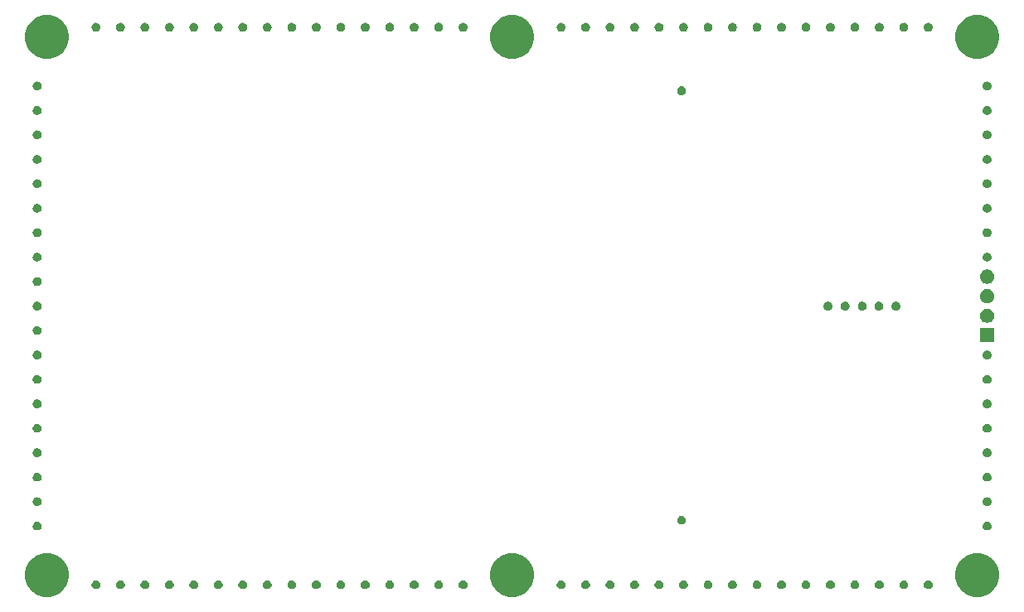
<source format=gbr>
G04 #@! TF.GenerationSoftware,KiCad,Pcbnew,5.1.5*
G04 #@! TF.CreationDate,2019-12-23T15:18:02+01:00*
G04 #@! TF.ProjectId,ledside_rev18A,6c656473-6964-4655-9f72-65763138412e,rev?*
G04 #@! TF.SameCoordinates,Original*
G04 #@! TF.FileFunction,Soldermask,Bot*
G04 #@! TF.FilePolarity,Negative*
%FSLAX46Y46*%
G04 Gerber Fmt 4.6, Leading zero omitted, Abs format (unit mm)*
G04 Created by KiCad (PCBNEW 5.1.5) date 2019-12-23 15:18:02*
%MOMM*%
%LPD*%
G04 APERTURE LIST*
%ADD10C,0.100000*%
G04 APERTURE END LIST*
D10*
G36*
X117775880Y-75259776D02*
G01*
X118156593Y-75335504D01*
X118566249Y-75505189D01*
X118934929Y-75751534D01*
X119248466Y-76065071D01*
X119494811Y-76433751D01*
X119664496Y-76843407D01*
X119751000Y-77278296D01*
X119751000Y-77721704D01*
X119664496Y-78156593D01*
X119494811Y-78566249D01*
X119248466Y-78934929D01*
X118934929Y-79248466D01*
X118566249Y-79494811D01*
X118156593Y-79664496D01*
X117775880Y-79740224D01*
X117721705Y-79751000D01*
X117278295Y-79751000D01*
X117224120Y-79740224D01*
X116843407Y-79664496D01*
X116433751Y-79494811D01*
X116065071Y-79248466D01*
X115751534Y-78934929D01*
X115505189Y-78566249D01*
X115335504Y-78156593D01*
X115249000Y-77721704D01*
X115249000Y-77278296D01*
X115335504Y-76843407D01*
X115505189Y-76433751D01*
X115751534Y-76065071D01*
X116065071Y-75751534D01*
X116433751Y-75505189D01*
X116843407Y-75335504D01*
X117224120Y-75259776D01*
X117278295Y-75249000D01*
X117721705Y-75249000D01*
X117775880Y-75259776D01*
G37*
G36*
X70275880Y-75259776D02*
G01*
X70656593Y-75335504D01*
X71066249Y-75505189D01*
X71434929Y-75751534D01*
X71748466Y-76065071D01*
X71994811Y-76433751D01*
X72164496Y-76843407D01*
X72251000Y-77278296D01*
X72251000Y-77721704D01*
X72164496Y-78156593D01*
X71994811Y-78566249D01*
X71748466Y-78934929D01*
X71434929Y-79248466D01*
X71066249Y-79494811D01*
X70656593Y-79664496D01*
X70275880Y-79740224D01*
X70221705Y-79751000D01*
X69778295Y-79751000D01*
X69724120Y-79740224D01*
X69343407Y-79664496D01*
X68933751Y-79494811D01*
X68565071Y-79248466D01*
X68251534Y-78934929D01*
X68005189Y-78566249D01*
X67835504Y-78156593D01*
X67749000Y-77721704D01*
X67749000Y-77278296D01*
X67835504Y-76843407D01*
X68005189Y-76433751D01*
X68251534Y-76065071D01*
X68565071Y-75751534D01*
X68933751Y-75505189D01*
X69343407Y-75335504D01*
X69724120Y-75259776D01*
X69778295Y-75249000D01*
X70221705Y-75249000D01*
X70275880Y-75259776D01*
G37*
G36*
X22775880Y-75259776D02*
G01*
X23156593Y-75335504D01*
X23566249Y-75505189D01*
X23934929Y-75751534D01*
X24248466Y-76065071D01*
X24494811Y-76433751D01*
X24664496Y-76843407D01*
X24751000Y-77278296D01*
X24751000Y-77721704D01*
X24664496Y-78156593D01*
X24494811Y-78566249D01*
X24248466Y-78934929D01*
X23934929Y-79248466D01*
X23566249Y-79494811D01*
X23156593Y-79664496D01*
X22775880Y-79740224D01*
X22721705Y-79751000D01*
X22278295Y-79751000D01*
X22224120Y-79740224D01*
X21843407Y-79664496D01*
X21433751Y-79494811D01*
X21065071Y-79248466D01*
X20751534Y-78934929D01*
X20505189Y-78566249D01*
X20335504Y-78156593D01*
X20249000Y-77721704D01*
X20249000Y-77278296D01*
X20335504Y-76843407D01*
X20505189Y-76433751D01*
X20751534Y-76065071D01*
X21065071Y-75751534D01*
X21433751Y-75505189D01*
X21843407Y-75335504D01*
X22224120Y-75259776D01*
X22278295Y-75249000D01*
X22721705Y-75249000D01*
X22775880Y-75259776D01*
G37*
G36*
X87631552Y-78066331D02*
G01*
X87713627Y-78100328D01*
X87713629Y-78100329D01*
X87750813Y-78125175D01*
X87787495Y-78149685D01*
X87850315Y-78212505D01*
X87899672Y-78286373D01*
X87933669Y-78368448D01*
X87951000Y-78455579D01*
X87951000Y-78544421D01*
X87933669Y-78631552D01*
X87899672Y-78713627D01*
X87850315Y-78787495D01*
X87787495Y-78850315D01*
X87750813Y-78874825D01*
X87713629Y-78899671D01*
X87713628Y-78899672D01*
X87713627Y-78899672D01*
X87631552Y-78933669D01*
X87544421Y-78951000D01*
X87455579Y-78951000D01*
X87368448Y-78933669D01*
X87286373Y-78899672D01*
X87286372Y-78899672D01*
X87286371Y-78899671D01*
X87249187Y-78874825D01*
X87212505Y-78850315D01*
X87149685Y-78787495D01*
X87100328Y-78713627D01*
X87066331Y-78631552D01*
X87049000Y-78544421D01*
X87049000Y-78455579D01*
X87066331Y-78368448D01*
X87100328Y-78286373D01*
X87149685Y-78212505D01*
X87212505Y-78149685D01*
X87249187Y-78125175D01*
X87286371Y-78100329D01*
X87286373Y-78100328D01*
X87368448Y-78066331D01*
X87455579Y-78049000D01*
X87544421Y-78049000D01*
X87631552Y-78066331D01*
G37*
G36*
X30131552Y-78066331D02*
G01*
X30213627Y-78100328D01*
X30213629Y-78100329D01*
X30250813Y-78125175D01*
X30287495Y-78149685D01*
X30350315Y-78212505D01*
X30399672Y-78286373D01*
X30433669Y-78368448D01*
X30451000Y-78455579D01*
X30451000Y-78544421D01*
X30433669Y-78631552D01*
X30399672Y-78713627D01*
X30350315Y-78787495D01*
X30287495Y-78850315D01*
X30250813Y-78874825D01*
X30213629Y-78899671D01*
X30213628Y-78899672D01*
X30213627Y-78899672D01*
X30131552Y-78933669D01*
X30044421Y-78951000D01*
X29955579Y-78951000D01*
X29868448Y-78933669D01*
X29786373Y-78899672D01*
X29786372Y-78899672D01*
X29786371Y-78899671D01*
X29749187Y-78874825D01*
X29712505Y-78850315D01*
X29649685Y-78787495D01*
X29600328Y-78713627D01*
X29566331Y-78631552D01*
X29549000Y-78544421D01*
X29549000Y-78455579D01*
X29566331Y-78368448D01*
X29600328Y-78286373D01*
X29649685Y-78212505D01*
X29712505Y-78149685D01*
X29749187Y-78125175D01*
X29786371Y-78100329D01*
X29786373Y-78100328D01*
X29868448Y-78066331D01*
X29955579Y-78049000D01*
X30044421Y-78049000D01*
X30131552Y-78066331D01*
G37*
G36*
X92631552Y-78066331D02*
G01*
X92713627Y-78100328D01*
X92713629Y-78100329D01*
X92750813Y-78125175D01*
X92787495Y-78149685D01*
X92850315Y-78212505D01*
X92899672Y-78286373D01*
X92933669Y-78368448D01*
X92951000Y-78455579D01*
X92951000Y-78544421D01*
X92933669Y-78631552D01*
X92899672Y-78713627D01*
X92850315Y-78787495D01*
X92787495Y-78850315D01*
X92750813Y-78874825D01*
X92713629Y-78899671D01*
X92713628Y-78899672D01*
X92713627Y-78899672D01*
X92631552Y-78933669D01*
X92544421Y-78951000D01*
X92455579Y-78951000D01*
X92368448Y-78933669D01*
X92286373Y-78899672D01*
X92286372Y-78899672D01*
X92286371Y-78899671D01*
X92249187Y-78874825D01*
X92212505Y-78850315D01*
X92149685Y-78787495D01*
X92100328Y-78713627D01*
X92066331Y-78631552D01*
X92049000Y-78544421D01*
X92049000Y-78455579D01*
X92066331Y-78368448D01*
X92100328Y-78286373D01*
X92149685Y-78212505D01*
X92212505Y-78149685D01*
X92249187Y-78125175D01*
X92286371Y-78100329D01*
X92286373Y-78100328D01*
X92368448Y-78066331D01*
X92455579Y-78049000D01*
X92544421Y-78049000D01*
X92631552Y-78066331D01*
G37*
G36*
X85131552Y-78066331D02*
G01*
X85213627Y-78100328D01*
X85213629Y-78100329D01*
X85250813Y-78125175D01*
X85287495Y-78149685D01*
X85350315Y-78212505D01*
X85399672Y-78286373D01*
X85433669Y-78368448D01*
X85451000Y-78455579D01*
X85451000Y-78544421D01*
X85433669Y-78631552D01*
X85399672Y-78713627D01*
X85350315Y-78787495D01*
X85287495Y-78850315D01*
X85250813Y-78874825D01*
X85213629Y-78899671D01*
X85213628Y-78899672D01*
X85213627Y-78899672D01*
X85131552Y-78933669D01*
X85044421Y-78951000D01*
X84955579Y-78951000D01*
X84868448Y-78933669D01*
X84786373Y-78899672D01*
X84786372Y-78899672D01*
X84786371Y-78899671D01*
X84749187Y-78874825D01*
X84712505Y-78850315D01*
X84649685Y-78787495D01*
X84600328Y-78713627D01*
X84566331Y-78631552D01*
X84549000Y-78544421D01*
X84549000Y-78455579D01*
X84566331Y-78368448D01*
X84600328Y-78286373D01*
X84649685Y-78212505D01*
X84712505Y-78149685D01*
X84749187Y-78125175D01*
X84786371Y-78100329D01*
X84786373Y-78100328D01*
X84868448Y-78066331D01*
X84955579Y-78049000D01*
X85044421Y-78049000D01*
X85131552Y-78066331D01*
G37*
G36*
X82631552Y-78066331D02*
G01*
X82713627Y-78100328D01*
X82713629Y-78100329D01*
X82750813Y-78125175D01*
X82787495Y-78149685D01*
X82850315Y-78212505D01*
X82899672Y-78286373D01*
X82933669Y-78368448D01*
X82951000Y-78455579D01*
X82951000Y-78544421D01*
X82933669Y-78631552D01*
X82899672Y-78713627D01*
X82850315Y-78787495D01*
X82787495Y-78850315D01*
X82750813Y-78874825D01*
X82713629Y-78899671D01*
X82713628Y-78899672D01*
X82713627Y-78899672D01*
X82631552Y-78933669D01*
X82544421Y-78951000D01*
X82455579Y-78951000D01*
X82368448Y-78933669D01*
X82286373Y-78899672D01*
X82286372Y-78899672D01*
X82286371Y-78899671D01*
X82249187Y-78874825D01*
X82212505Y-78850315D01*
X82149685Y-78787495D01*
X82100328Y-78713627D01*
X82066331Y-78631552D01*
X82049000Y-78544421D01*
X82049000Y-78455579D01*
X82066331Y-78368448D01*
X82100328Y-78286373D01*
X82149685Y-78212505D01*
X82212505Y-78149685D01*
X82249187Y-78125175D01*
X82286371Y-78100329D01*
X82286373Y-78100328D01*
X82368448Y-78066331D01*
X82455579Y-78049000D01*
X82544421Y-78049000D01*
X82631552Y-78066331D01*
G37*
G36*
X80131552Y-78066331D02*
G01*
X80213627Y-78100328D01*
X80213629Y-78100329D01*
X80250813Y-78125175D01*
X80287495Y-78149685D01*
X80350315Y-78212505D01*
X80399672Y-78286373D01*
X80433669Y-78368448D01*
X80451000Y-78455579D01*
X80451000Y-78544421D01*
X80433669Y-78631552D01*
X80399672Y-78713627D01*
X80350315Y-78787495D01*
X80287495Y-78850315D01*
X80250813Y-78874825D01*
X80213629Y-78899671D01*
X80213628Y-78899672D01*
X80213627Y-78899672D01*
X80131552Y-78933669D01*
X80044421Y-78951000D01*
X79955579Y-78951000D01*
X79868448Y-78933669D01*
X79786373Y-78899672D01*
X79786372Y-78899672D01*
X79786371Y-78899671D01*
X79749187Y-78874825D01*
X79712505Y-78850315D01*
X79649685Y-78787495D01*
X79600328Y-78713627D01*
X79566331Y-78631552D01*
X79549000Y-78544421D01*
X79549000Y-78455579D01*
X79566331Y-78368448D01*
X79600328Y-78286373D01*
X79649685Y-78212505D01*
X79712505Y-78149685D01*
X79749187Y-78125175D01*
X79786371Y-78100329D01*
X79786373Y-78100328D01*
X79868448Y-78066331D01*
X79955579Y-78049000D01*
X80044421Y-78049000D01*
X80131552Y-78066331D01*
G37*
G36*
X77631552Y-78066331D02*
G01*
X77713627Y-78100328D01*
X77713629Y-78100329D01*
X77750813Y-78125175D01*
X77787495Y-78149685D01*
X77850315Y-78212505D01*
X77899672Y-78286373D01*
X77933669Y-78368448D01*
X77951000Y-78455579D01*
X77951000Y-78544421D01*
X77933669Y-78631552D01*
X77899672Y-78713627D01*
X77850315Y-78787495D01*
X77787495Y-78850315D01*
X77750813Y-78874825D01*
X77713629Y-78899671D01*
X77713628Y-78899672D01*
X77713627Y-78899672D01*
X77631552Y-78933669D01*
X77544421Y-78951000D01*
X77455579Y-78951000D01*
X77368448Y-78933669D01*
X77286373Y-78899672D01*
X77286372Y-78899672D01*
X77286371Y-78899671D01*
X77249187Y-78874825D01*
X77212505Y-78850315D01*
X77149685Y-78787495D01*
X77100328Y-78713627D01*
X77066331Y-78631552D01*
X77049000Y-78544421D01*
X77049000Y-78455579D01*
X77066331Y-78368448D01*
X77100328Y-78286373D01*
X77149685Y-78212505D01*
X77212505Y-78149685D01*
X77249187Y-78125175D01*
X77286371Y-78100329D01*
X77286373Y-78100328D01*
X77368448Y-78066331D01*
X77455579Y-78049000D01*
X77544421Y-78049000D01*
X77631552Y-78066331D01*
G37*
G36*
X75131552Y-78066331D02*
G01*
X75213627Y-78100328D01*
X75213629Y-78100329D01*
X75250813Y-78125175D01*
X75287495Y-78149685D01*
X75350315Y-78212505D01*
X75399672Y-78286373D01*
X75433669Y-78368448D01*
X75451000Y-78455579D01*
X75451000Y-78544421D01*
X75433669Y-78631552D01*
X75399672Y-78713627D01*
X75350315Y-78787495D01*
X75287495Y-78850315D01*
X75250813Y-78874825D01*
X75213629Y-78899671D01*
X75213628Y-78899672D01*
X75213627Y-78899672D01*
X75131552Y-78933669D01*
X75044421Y-78951000D01*
X74955579Y-78951000D01*
X74868448Y-78933669D01*
X74786373Y-78899672D01*
X74786372Y-78899672D01*
X74786371Y-78899671D01*
X74749187Y-78874825D01*
X74712505Y-78850315D01*
X74649685Y-78787495D01*
X74600328Y-78713627D01*
X74566331Y-78631552D01*
X74549000Y-78544421D01*
X74549000Y-78455579D01*
X74566331Y-78368448D01*
X74600328Y-78286373D01*
X74649685Y-78212505D01*
X74712505Y-78149685D01*
X74749187Y-78125175D01*
X74786371Y-78100329D01*
X74786373Y-78100328D01*
X74868448Y-78066331D01*
X74955579Y-78049000D01*
X75044421Y-78049000D01*
X75131552Y-78066331D01*
G37*
G36*
X55131552Y-78066331D02*
G01*
X55213627Y-78100328D01*
X55213629Y-78100329D01*
X55250813Y-78125175D01*
X55287495Y-78149685D01*
X55350315Y-78212505D01*
X55399672Y-78286373D01*
X55433669Y-78368448D01*
X55451000Y-78455579D01*
X55451000Y-78544421D01*
X55433669Y-78631552D01*
X55399672Y-78713627D01*
X55350315Y-78787495D01*
X55287495Y-78850315D01*
X55250813Y-78874825D01*
X55213629Y-78899671D01*
X55213628Y-78899672D01*
X55213627Y-78899672D01*
X55131552Y-78933669D01*
X55044421Y-78951000D01*
X54955579Y-78951000D01*
X54868448Y-78933669D01*
X54786373Y-78899672D01*
X54786372Y-78899672D01*
X54786371Y-78899671D01*
X54749187Y-78874825D01*
X54712505Y-78850315D01*
X54649685Y-78787495D01*
X54600328Y-78713627D01*
X54566331Y-78631552D01*
X54549000Y-78544421D01*
X54549000Y-78455579D01*
X54566331Y-78368448D01*
X54600328Y-78286373D01*
X54649685Y-78212505D01*
X54712505Y-78149685D01*
X54749187Y-78125175D01*
X54786371Y-78100329D01*
X54786373Y-78100328D01*
X54868448Y-78066331D01*
X54955579Y-78049000D01*
X55044421Y-78049000D01*
X55131552Y-78066331D01*
G37*
G36*
X57631552Y-78066331D02*
G01*
X57713627Y-78100328D01*
X57713629Y-78100329D01*
X57750813Y-78125175D01*
X57787495Y-78149685D01*
X57850315Y-78212505D01*
X57899672Y-78286373D01*
X57933669Y-78368448D01*
X57951000Y-78455579D01*
X57951000Y-78544421D01*
X57933669Y-78631552D01*
X57899672Y-78713627D01*
X57850315Y-78787495D01*
X57787495Y-78850315D01*
X57750813Y-78874825D01*
X57713629Y-78899671D01*
X57713628Y-78899672D01*
X57713627Y-78899672D01*
X57631552Y-78933669D01*
X57544421Y-78951000D01*
X57455579Y-78951000D01*
X57368448Y-78933669D01*
X57286373Y-78899672D01*
X57286372Y-78899672D01*
X57286371Y-78899671D01*
X57249187Y-78874825D01*
X57212505Y-78850315D01*
X57149685Y-78787495D01*
X57100328Y-78713627D01*
X57066331Y-78631552D01*
X57049000Y-78544421D01*
X57049000Y-78455579D01*
X57066331Y-78368448D01*
X57100328Y-78286373D01*
X57149685Y-78212505D01*
X57212505Y-78149685D01*
X57249187Y-78125175D01*
X57286371Y-78100329D01*
X57286373Y-78100328D01*
X57368448Y-78066331D01*
X57455579Y-78049000D01*
X57544421Y-78049000D01*
X57631552Y-78066331D01*
G37*
G36*
X62631552Y-78066331D02*
G01*
X62713627Y-78100328D01*
X62713629Y-78100329D01*
X62750813Y-78125175D01*
X62787495Y-78149685D01*
X62850315Y-78212505D01*
X62899672Y-78286373D01*
X62933669Y-78368448D01*
X62951000Y-78455579D01*
X62951000Y-78544421D01*
X62933669Y-78631552D01*
X62899672Y-78713627D01*
X62850315Y-78787495D01*
X62787495Y-78850315D01*
X62750813Y-78874825D01*
X62713629Y-78899671D01*
X62713628Y-78899672D01*
X62713627Y-78899672D01*
X62631552Y-78933669D01*
X62544421Y-78951000D01*
X62455579Y-78951000D01*
X62368448Y-78933669D01*
X62286373Y-78899672D01*
X62286372Y-78899672D01*
X62286371Y-78899671D01*
X62249187Y-78874825D01*
X62212505Y-78850315D01*
X62149685Y-78787495D01*
X62100328Y-78713627D01*
X62066331Y-78631552D01*
X62049000Y-78544421D01*
X62049000Y-78455579D01*
X62066331Y-78368448D01*
X62100328Y-78286373D01*
X62149685Y-78212505D01*
X62212505Y-78149685D01*
X62249187Y-78125175D01*
X62286371Y-78100329D01*
X62286373Y-78100328D01*
X62368448Y-78066331D01*
X62455579Y-78049000D01*
X62544421Y-78049000D01*
X62631552Y-78066331D01*
G37*
G36*
X65131552Y-78066331D02*
G01*
X65213627Y-78100328D01*
X65213629Y-78100329D01*
X65250813Y-78125175D01*
X65287495Y-78149685D01*
X65350315Y-78212505D01*
X65399672Y-78286373D01*
X65433669Y-78368448D01*
X65451000Y-78455579D01*
X65451000Y-78544421D01*
X65433669Y-78631552D01*
X65399672Y-78713627D01*
X65350315Y-78787495D01*
X65287495Y-78850315D01*
X65250813Y-78874825D01*
X65213629Y-78899671D01*
X65213628Y-78899672D01*
X65213627Y-78899672D01*
X65131552Y-78933669D01*
X65044421Y-78951000D01*
X64955579Y-78951000D01*
X64868448Y-78933669D01*
X64786373Y-78899672D01*
X64786372Y-78899672D01*
X64786371Y-78899671D01*
X64749187Y-78874825D01*
X64712505Y-78850315D01*
X64649685Y-78787495D01*
X64600328Y-78713627D01*
X64566331Y-78631552D01*
X64549000Y-78544421D01*
X64549000Y-78455579D01*
X64566331Y-78368448D01*
X64600328Y-78286373D01*
X64649685Y-78212505D01*
X64712505Y-78149685D01*
X64749187Y-78125175D01*
X64786371Y-78100329D01*
X64786373Y-78100328D01*
X64868448Y-78066331D01*
X64955579Y-78049000D01*
X65044421Y-78049000D01*
X65131552Y-78066331D01*
G37*
G36*
X50131552Y-78066331D02*
G01*
X50213627Y-78100328D01*
X50213629Y-78100329D01*
X50250813Y-78125175D01*
X50287495Y-78149685D01*
X50350315Y-78212505D01*
X50399672Y-78286373D01*
X50433669Y-78368448D01*
X50451000Y-78455579D01*
X50451000Y-78544421D01*
X50433669Y-78631552D01*
X50399672Y-78713627D01*
X50350315Y-78787495D01*
X50287495Y-78850315D01*
X50250813Y-78874825D01*
X50213629Y-78899671D01*
X50213628Y-78899672D01*
X50213627Y-78899672D01*
X50131552Y-78933669D01*
X50044421Y-78951000D01*
X49955579Y-78951000D01*
X49868448Y-78933669D01*
X49786373Y-78899672D01*
X49786372Y-78899672D01*
X49786371Y-78899671D01*
X49749187Y-78874825D01*
X49712505Y-78850315D01*
X49649685Y-78787495D01*
X49600328Y-78713627D01*
X49566331Y-78631552D01*
X49549000Y-78544421D01*
X49549000Y-78455579D01*
X49566331Y-78368448D01*
X49600328Y-78286373D01*
X49649685Y-78212505D01*
X49712505Y-78149685D01*
X49749187Y-78125175D01*
X49786371Y-78100329D01*
X49786373Y-78100328D01*
X49868448Y-78066331D01*
X49955579Y-78049000D01*
X50044421Y-78049000D01*
X50131552Y-78066331D01*
G37*
G36*
X52631552Y-78066331D02*
G01*
X52713627Y-78100328D01*
X52713629Y-78100329D01*
X52750813Y-78125175D01*
X52787495Y-78149685D01*
X52850315Y-78212505D01*
X52899672Y-78286373D01*
X52933669Y-78368448D01*
X52951000Y-78455579D01*
X52951000Y-78544421D01*
X52933669Y-78631552D01*
X52899672Y-78713627D01*
X52850315Y-78787495D01*
X52787495Y-78850315D01*
X52750813Y-78874825D01*
X52713629Y-78899671D01*
X52713628Y-78899672D01*
X52713627Y-78899672D01*
X52631552Y-78933669D01*
X52544421Y-78951000D01*
X52455579Y-78951000D01*
X52368448Y-78933669D01*
X52286373Y-78899672D01*
X52286372Y-78899672D01*
X52286371Y-78899671D01*
X52249187Y-78874825D01*
X52212505Y-78850315D01*
X52149685Y-78787495D01*
X52100328Y-78713627D01*
X52066331Y-78631552D01*
X52049000Y-78544421D01*
X52049000Y-78455579D01*
X52066331Y-78368448D01*
X52100328Y-78286373D01*
X52149685Y-78212505D01*
X52212505Y-78149685D01*
X52249187Y-78125175D01*
X52286371Y-78100329D01*
X52286373Y-78100328D01*
X52368448Y-78066331D01*
X52455579Y-78049000D01*
X52544421Y-78049000D01*
X52631552Y-78066331D01*
G37*
G36*
X32631552Y-78066331D02*
G01*
X32713627Y-78100328D01*
X32713629Y-78100329D01*
X32750813Y-78125175D01*
X32787495Y-78149685D01*
X32850315Y-78212505D01*
X32899672Y-78286373D01*
X32933669Y-78368448D01*
X32951000Y-78455579D01*
X32951000Y-78544421D01*
X32933669Y-78631552D01*
X32899672Y-78713627D01*
X32850315Y-78787495D01*
X32787495Y-78850315D01*
X32750813Y-78874825D01*
X32713629Y-78899671D01*
X32713628Y-78899672D01*
X32713627Y-78899672D01*
X32631552Y-78933669D01*
X32544421Y-78951000D01*
X32455579Y-78951000D01*
X32368448Y-78933669D01*
X32286373Y-78899672D01*
X32286372Y-78899672D01*
X32286371Y-78899671D01*
X32249187Y-78874825D01*
X32212505Y-78850315D01*
X32149685Y-78787495D01*
X32100328Y-78713627D01*
X32066331Y-78631552D01*
X32049000Y-78544421D01*
X32049000Y-78455579D01*
X32066331Y-78368448D01*
X32100328Y-78286373D01*
X32149685Y-78212505D01*
X32212505Y-78149685D01*
X32249187Y-78125175D01*
X32286371Y-78100329D01*
X32286373Y-78100328D01*
X32368448Y-78066331D01*
X32455579Y-78049000D01*
X32544421Y-78049000D01*
X32631552Y-78066331D01*
G37*
G36*
X42631552Y-78066331D02*
G01*
X42713627Y-78100328D01*
X42713629Y-78100329D01*
X42750813Y-78125175D01*
X42787495Y-78149685D01*
X42850315Y-78212505D01*
X42899672Y-78286373D01*
X42933669Y-78368448D01*
X42951000Y-78455579D01*
X42951000Y-78544421D01*
X42933669Y-78631552D01*
X42899672Y-78713627D01*
X42850315Y-78787495D01*
X42787495Y-78850315D01*
X42750813Y-78874825D01*
X42713629Y-78899671D01*
X42713628Y-78899672D01*
X42713627Y-78899672D01*
X42631552Y-78933669D01*
X42544421Y-78951000D01*
X42455579Y-78951000D01*
X42368448Y-78933669D01*
X42286373Y-78899672D01*
X42286372Y-78899672D01*
X42286371Y-78899671D01*
X42249187Y-78874825D01*
X42212505Y-78850315D01*
X42149685Y-78787495D01*
X42100328Y-78713627D01*
X42066331Y-78631552D01*
X42049000Y-78544421D01*
X42049000Y-78455579D01*
X42066331Y-78368448D01*
X42100328Y-78286373D01*
X42149685Y-78212505D01*
X42212505Y-78149685D01*
X42249187Y-78125175D01*
X42286371Y-78100329D01*
X42286373Y-78100328D01*
X42368448Y-78066331D01*
X42455579Y-78049000D01*
X42544421Y-78049000D01*
X42631552Y-78066331D01*
G37*
G36*
X27631552Y-78066331D02*
G01*
X27713627Y-78100328D01*
X27713629Y-78100329D01*
X27750813Y-78125175D01*
X27787495Y-78149685D01*
X27850315Y-78212505D01*
X27899672Y-78286373D01*
X27933669Y-78368448D01*
X27951000Y-78455579D01*
X27951000Y-78544421D01*
X27933669Y-78631552D01*
X27899672Y-78713627D01*
X27850315Y-78787495D01*
X27787495Y-78850315D01*
X27750813Y-78874825D01*
X27713629Y-78899671D01*
X27713628Y-78899672D01*
X27713627Y-78899672D01*
X27631552Y-78933669D01*
X27544421Y-78951000D01*
X27455579Y-78951000D01*
X27368448Y-78933669D01*
X27286373Y-78899672D01*
X27286372Y-78899672D01*
X27286371Y-78899671D01*
X27249187Y-78874825D01*
X27212505Y-78850315D01*
X27149685Y-78787495D01*
X27100328Y-78713627D01*
X27066331Y-78631552D01*
X27049000Y-78544421D01*
X27049000Y-78455579D01*
X27066331Y-78368448D01*
X27100328Y-78286373D01*
X27149685Y-78212505D01*
X27212505Y-78149685D01*
X27249187Y-78125175D01*
X27286371Y-78100329D01*
X27286373Y-78100328D01*
X27368448Y-78066331D01*
X27455579Y-78049000D01*
X27544421Y-78049000D01*
X27631552Y-78066331D01*
G37*
G36*
X90131552Y-78066331D02*
G01*
X90213627Y-78100328D01*
X90213629Y-78100329D01*
X90250813Y-78125175D01*
X90287495Y-78149685D01*
X90350315Y-78212505D01*
X90399672Y-78286373D01*
X90433669Y-78368448D01*
X90451000Y-78455579D01*
X90451000Y-78544421D01*
X90433669Y-78631552D01*
X90399672Y-78713627D01*
X90350315Y-78787495D01*
X90287495Y-78850315D01*
X90250813Y-78874825D01*
X90213629Y-78899671D01*
X90213628Y-78899672D01*
X90213627Y-78899672D01*
X90131552Y-78933669D01*
X90044421Y-78951000D01*
X89955579Y-78951000D01*
X89868448Y-78933669D01*
X89786373Y-78899672D01*
X89786372Y-78899672D01*
X89786371Y-78899671D01*
X89749187Y-78874825D01*
X89712505Y-78850315D01*
X89649685Y-78787495D01*
X89600328Y-78713627D01*
X89566331Y-78631552D01*
X89549000Y-78544421D01*
X89549000Y-78455579D01*
X89566331Y-78368448D01*
X89600328Y-78286373D01*
X89649685Y-78212505D01*
X89712505Y-78149685D01*
X89749187Y-78125175D01*
X89786371Y-78100329D01*
X89786373Y-78100328D01*
X89868448Y-78066331D01*
X89955579Y-78049000D01*
X90044421Y-78049000D01*
X90131552Y-78066331D01*
G37*
G36*
X105131552Y-78066331D02*
G01*
X105213627Y-78100328D01*
X105213629Y-78100329D01*
X105250813Y-78125175D01*
X105287495Y-78149685D01*
X105350315Y-78212505D01*
X105399672Y-78286373D01*
X105433669Y-78368448D01*
X105451000Y-78455579D01*
X105451000Y-78544421D01*
X105433669Y-78631552D01*
X105399672Y-78713627D01*
X105350315Y-78787495D01*
X105287495Y-78850315D01*
X105250813Y-78874825D01*
X105213629Y-78899671D01*
X105213628Y-78899672D01*
X105213627Y-78899672D01*
X105131552Y-78933669D01*
X105044421Y-78951000D01*
X104955579Y-78951000D01*
X104868448Y-78933669D01*
X104786373Y-78899672D01*
X104786372Y-78899672D01*
X104786371Y-78899671D01*
X104749187Y-78874825D01*
X104712505Y-78850315D01*
X104649685Y-78787495D01*
X104600328Y-78713627D01*
X104566331Y-78631552D01*
X104549000Y-78544421D01*
X104549000Y-78455579D01*
X104566331Y-78368448D01*
X104600328Y-78286373D01*
X104649685Y-78212505D01*
X104712505Y-78149685D01*
X104749187Y-78125175D01*
X104786371Y-78100329D01*
X104786373Y-78100328D01*
X104868448Y-78066331D01*
X104955579Y-78049000D01*
X105044421Y-78049000D01*
X105131552Y-78066331D01*
G37*
G36*
X37631552Y-78066331D02*
G01*
X37713627Y-78100328D01*
X37713629Y-78100329D01*
X37750813Y-78125175D01*
X37787495Y-78149685D01*
X37850315Y-78212505D01*
X37899672Y-78286373D01*
X37933669Y-78368448D01*
X37951000Y-78455579D01*
X37951000Y-78544421D01*
X37933669Y-78631552D01*
X37899672Y-78713627D01*
X37850315Y-78787495D01*
X37787495Y-78850315D01*
X37750813Y-78874825D01*
X37713629Y-78899671D01*
X37713628Y-78899672D01*
X37713627Y-78899672D01*
X37631552Y-78933669D01*
X37544421Y-78951000D01*
X37455579Y-78951000D01*
X37368448Y-78933669D01*
X37286373Y-78899672D01*
X37286372Y-78899672D01*
X37286371Y-78899671D01*
X37249187Y-78874825D01*
X37212505Y-78850315D01*
X37149685Y-78787495D01*
X37100328Y-78713627D01*
X37066331Y-78631552D01*
X37049000Y-78544421D01*
X37049000Y-78455579D01*
X37066331Y-78368448D01*
X37100328Y-78286373D01*
X37149685Y-78212505D01*
X37212505Y-78149685D01*
X37249187Y-78125175D01*
X37286371Y-78100329D01*
X37286373Y-78100328D01*
X37368448Y-78066331D01*
X37455579Y-78049000D01*
X37544421Y-78049000D01*
X37631552Y-78066331D01*
G37*
G36*
X60131552Y-78066331D02*
G01*
X60213627Y-78100328D01*
X60213629Y-78100329D01*
X60250813Y-78125175D01*
X60287495Y-78149685D01*
X60350315Y-78212505D01*
X60399672Y-78286373D01*
X60433669Y-78368448D01*
X60451000Y-78455579D01*
X60451000Y-78544421D01*
X60433669Y-78631552D01*
X60399672Y-78713627D01*
X60350315Y-78787495D01*
X60287495Y-78850315D01*
X60250813Y-78874825D01*
X60213629Y-78899671D01*
X60213628Y-78899672D01*
X60213627Y-78899672D01*
X60131552Y-78933669D01*
X60044421Y-78951000D01*
X59955579Y-78951000D01*
X59868448Y-78933669D01*
X59786373Y-78899672D01*
X59786372Y-78899672D01*
X59786371Y-78899671D01*
X59749187Y-78874825D01*
X59712505Y-78850315D01*
X59649685Y-78787495D01*
X59600328Y-78713627D01*
X59566331Y-78631552D01*
X59549000Y-78544421D01*
X59549000Y-78455579D01*
X59566331Y-78368448D01*
X59600328Y-78286373D01*
X59649685Y-78212505D01*
X59712505Y-78149685D01*
X59749187Y-78125175D01*
X59786371Y-78100329D01*
X59786373Y-78100328D01*
X59868448Y-78066331D01*
X59955579Y-78049000D01*
X60044421Y-78049000D01*
X60131552Y-78066331D01*
G37*
G36*
X45131552Y-78066331D02*
G01*
X45213627Y-78100328D01*
X45213629Y-78100329D01*
X45250813Y-78125175D01*
X45287495Y-78149685D01*
X45350315Y-78212505D01*
X45399672Y-78286373D01*
X45433669Y-78368448D01*
X45451000Y-78455579D01*
X45451000Y-78544421D01*
X45433669Y-78631552D01*
X45399672Y-78713627D01*
X45350315Y-78787495D01*
X45287495Y-78850315D01*
X45250813Y-78874825D01*
X45213629Y-78899671D01*
X45213628Y-78899672D01*
X45213627Y-78899672D01*
X45131552Y-78933669D01*
X45044421Y-78951000D01*
X44955579Y-78951000D01*
X44868448Y-78933669D01*
X44786373Y-78899672D01*
X44786372Y-78899672D01*
X44786371Y-78899671D01*
X44749187Y-78874825D01*
X44712505Y-78850315D01*
X44649685Y-78787495D01*
X44600328Y-78713627D01*
X44566331Y-78631552D01*
X44549000Y-78544421D01*
X44549000Y-78455579D01*
X44566331Y-78368448D01*
X44600328Y-78286373D01*
X44649685Y-78212505D01*
X44712505Y-78149685D01*
X44749187Y-78125175D01*
X44786371Y-78100329D01*
X44786373Y-78100328D01*
X44868448Y-78066331D01*
X44955579Y-78049000D01*
X45044421Y-78049000D01*
X45131552Y-78066331D01*
G37*
G36*
X35131552Y-78066331D02*
G01*
X35213627Y-78100328D01*
X35213629Y-78100329D01*
X35250813Y-78125175D01*
X35287495Y-78149685D01*
X35350315Y-78212505D01*
X35399672Y-78286373D01*
X35433669Y-78368448D01*
X35451000Y-78455579D01*
X35451000Y-78544421D01*
X35433669Y-78631552D01*
X35399672Y-78713627D01*
X35350315Y-78787495D01*
X35287495Y-78850315D01*
X35250813Y-78874825D01*
X35213629Y-78899671D01*
X35213628Y-78899672D01*
X35213627Y-78899672D01*
X35131552Y-78933669D01*
X35044421Y-78951000D01*
X34955579Y-78951000D01*
X34868448Y-78933669D01*
X34786373Y-78899672D01*
X34786372Y-78899672D01*
X34786371Y-78899671D01*
X34749187Y-78874825D01*
X34712505Y-78850315D01*
X34649685Y-78787495D01*
X34600328Y-78713627D01*
X34566331Y-78631552D01*
X34549000Y-78544421D01*
X34549000Y-78455579D01*
X34566331Y-78368448D01*
X34600328Y-78286373D01*
X34649685Y-78212505D01*
X34712505Y-78149685D01*
X34749187Y-78125175D01*
X34786371Y-78100329D01*
X34786373Y-78100328D01*
X34868448Y-78066331D01*
X34955579Y-78049000D01*
X35044421Y-78049000D01*
X35131552Y-78066331D01*
G37*
G36*
X40131552Y-78066331D02*
G01*
X40213627Y-78100328D01*
X40213629Y-78100329D01*
X40250813Y-78125175D01*
X40287495Y-78149685D01*
X40350315Y-78212505D01*
X40399672Y-78286373D01*
X40433669Y-78368448D01*
X40451000Y-78455579D01*
X40451000Y-78544421D01*
X40433669Y-78631552D01*
X40399672Y-78713627D01*
X40350315Y-78787495D01*
X40287495Y-78850315D01*
X40250813Y-78874825D01*
X40213629Y-78899671D01*
X40213628Y-78899672D01*
X40213627Y-78899672D01*
X40131552Y-78933669D01*
X40044421Y-78951000D01*
X39955579Y-78951000D01*
X39868448Y-78933669D01*
X39786373Y-78899672D01*
X39786372Y-78899672D01*
X39786371Y-78899671D01*
X39749187Y-78874825D01*
X39712505Y-78850315D01*
X39649685Y-78787495D01*
X39600328Y-78713627D01*
X39566331Y-78631552D01*
X39549000Y-78544421D01*
X39549000Y-78455579D01*
X39566331Y-78368448D01*
X39600328Y-78286373D01*
X39649685Y-78212505D01*
X39712505Y-78149685D01*
X39749187Y-78125175D01*
X39786371Y-78100329D01*
X39786373Y-78100328D01*
X39868448Y-78066331D01*
X39955579Y-78049000D01*
X40044421Y-78049000D01*
X40131552Y-78066331D01*
G37*
G36*
X47631552Y-78066331D02*
G01*
X47713627Y-78100328D01*
X47713629Y-78100329D01*
X47750813Y-78125175D01*
X47787495Y-78149685D01*
X47850315Y-78212505D01*
X47899672Y-78286373D01*
X47933669Y-78368448D01*
X47951000Y-78455579D01*
X47951000Y-78544421D01*
X47933669Y-78631552D01*
X47899672Y-78713627D01*
X47850315Y-78787495D01*
X47787495Y-78850315D01*
X47750813Y-78874825D01*
X47713629Y-78899671D01*
X47713628Y-78899672D01*
X47713627Y-78899672D01*
X47631552Y-78933669D01*
X47544421Y-78951000D01*
X47455579Y-78951000D01*
X47368448Y-78933669D01*
X47286373Y-78899672D01*
X47286372Y-78899672D01*
X47286371Y-78899671D01*
X47249187Y-78874825D01*
X47212505Y-78850315D01*
X47149685Y-78787495D01*
X47100328Y-78713627D01*
X47066331Y-78631552D01*
X47049000Y-78544421D01*
X47049000Y-78455579D01*
X47066331Y-78368448D01*
X47100328Y-78286373D01*
X47149685Y-78212505D01*
X47212505Y-78149685D01*
X47249187Y-78125175D01*
X47286371Y-78100329D01*
X47286373Y-78100328D01*
X47368448Y-78066331D01*
X47455579Y-78049000D01*
X47544421Y-78049000D01*
X47631552Y-78066331D01*
G37*
G36*
X110131552Y-78066331D02*
G01*
X110213627Y-78100328D01*
X110213629Y-78100329D01*
X110250813Y-78125175D01*
X110287495Y-78149685D01*
X110350315Y-78212505D01*
X110399672Y-78286373D01*
X110433669Y-78368448D01*
X110451000Y-78455579D01*
X110451000Y-78544421D01*
X110433669Y-78631552D01*
X110399672Y-78713627D01*
X110350315Y-78787495D01*
X110287495Y-78850315D01*
X110250813Y-78874825D01*
X110213629Y-78899671D01*
X110213628Y-78899672D01*
X110213627Y-78899672D01*
X110131552Y-78933669D01*
X110044421Y-78951000D01*
X109955579Y-78951000D01*
X109868448Y-78933669D01*
X109786373Y-78899672D01*
X109786372Y-78899672D01*
X109786371Y-78899671D01*
X109749187Y-78874825D01*
X109712505Y-78850315D01*
X109649685Y-78787495D01*
X109600328Y-78713627D01*
X109566331Y-78631552D01*
X109549000Y-78544421D01*
X109549000Y-78455579D01*
X109566331Y-78368448D01*
X109600328Y-78286373D01*
X109649685Y-78212505D01*
X109712505Y-78149685D01*
X109749187Y-78125175D01*
X109786371Y-78100329D01*
X109786373Y-78100328D01*
X109868448Y-78066331D01*
X109955579Y-78049000D01*
X110044421Y-78049000D01*
X110131552Y-78066331D01*
G37*
G36*
X100131552Y-78066331D02*
G01*
X100213627Y-78100328D01*
X100213629Y-78100329D01*
X100250813Y-78125175D01*
X100287495Y-78149685D01*
X100350315Y-78212505D01*
X100399672Y-78286373D01*
X100433669Y-78368448D01*
X100451000Y-78455579D01*
X100451000Y-78544421D01*
X100433669Y-78631552D01*
X100399672Y-78713627D01*
X100350315Y-78787495D01*
X100287495Y-78850315D01*
X100250813Y-78874825D01*
X100213629Y-78899671D01*
X100213628Y-78899672D01*
X100213627Y-78899672D01*
X100131552Y-78933669D01*
X100044421Y-78951000D01*
X99955579Y-78951000D01*
X99868448Y-78933669D01*
X99786373Y-78899672D01*
X99786372Y-78899672D01*
X99786371Y-78899671D01*
X99749187Y-78874825D01*
X99712505Y-78850315D01*
X99649685Y-78787495D01*
X99600328Y-78713627D01*
X99566331Y-78631552D01*
X99549000Y-78544421D01*
X99549000Y-78455579D01*
X99566331Y-78368448D01*
X99600328Y-78286373D01*
X99649685Y-78212505D01*
X99712505Y-78149685D01*
X99749187Y-78125175D01*
X99786371Y-78100329D01*
X99786373Y-78100328D01*
X99868448Y-78066331D01*
X99955579Y-78049000D01*
X100044421Y-78049000D01*
X100131552Y-78066331D01*
G37*
G36*
X97631552Y-78066331D02*
G01*
X97713627Y-78100328D01*
X97713629Y-78100329D01*
X97750813Y-78125175D01*
X97787495Y-78149685D01*
X97850315Y-78212505D01*
X97899672Y-78286373D01*
X97933669Y-78368448D01*
X97951000Y-78455579D01*
X97951000Y-78544421D01*
X97933669Y-78631552D01*
X97899672Y-78713627D01*
X97850315Y-78787495D01*
X97787495Y-78850315D01*
X97750813Y-78874825D01*
X97713629Y-78899671D01*
X97713628Y-78899672D01*
X97713627Y-78899672D01*
X97631552Y-78933669D01*
X97544421Y-78951000D01*
X97455579Y-78951000D01*
X97368448Y-78933669D01*
X97286373Y-78899672D01*
X97286372Y-78899672D01*
X97286371Y-78899671D01*
X97249187Y-78874825D01*
X97212505Y-78850315D01*
X97149685Y-78787495D01*
X97100328Y-78713627D01*
X97066331Y-78631552D01*
X97049000Y-78544421D01*
X97049000Y-78455579D01*
X97066331Y-78368448D01*
X97100328Y-78286373D01*
X97149685Y-78212505D01*
X97212505Y-78149685D01*
X97249187Y-78125175D01*
X97286371Y-78100329D01*
X97286373Y-78100328D01*
X97368448Y-78066331D01*
X97455579Y-78049000D01*
X97544421Y-78049000D01*
X97631552Y-78066331D01*
G37*
G36*
X112631552Y-78066331D02*
G01*
X112713627Y-78100328D01*
X112713629Y-78100329D01*
X112750813Y-78125175D01*
X112787495Y-78149685D01*
X112850315Y-78212505D01*
X112899672Y-78286373D01*
X112933669Y-78368448D01*
X112951000Y-78455579D01*
X112951000Y-78544421D01*
X112933669Y-78631552D01*
X112899672Y-78713627D01*
X112850315Y-78787495D01*
X112787495Y-78850315D01*
X112750813Y-78874825D01*
X112713629Y-78899671D01*
X112713628Y-78899672D01*
X112713627Y-78899672D01*
X112631552Y-78933669D01*
X112544421Y-78951000D01*
X112455579Y-78951000D01*
X112368448Y-78933669D01*
X112286373Y-78899672D01*
X112286372Y-78899672D01*
X112286371Y-78899671D01*
X112249187Y-78874825D01*
X112212505Y-78850315D01*
X112149685Y-78787495D01*
X112100328Y-78713627D01*
X112066331Y-78631552D01*
X112049000Y-78544421D01*
X112049000Y-78455579D01*
X112066331Y-78368448D01*
X112100328Y-78286373D01*
X112149685Y-78212505D01*
X112212505Y-78149685D01*
X112249187Y-78125175D01*
X112286371Y-78100329D01*
X112286373Y-78100328D01*
X112368448Y-78066331D01*
X112455579Y-78049000D01*
X112544421Y-78049000D01*
X112631552Y-78066331D01*
G37*
G36*
X102631552Y-78066331D02*
G01*
X102713627Y-78100328D01*
X102713629Y-78100329D01*
X102750813Y-78125175D01*
X102787495Y-78149685D01*
X102850315Y-78212505D01*
X102899672Y-78286373D01*
X102933669Y-78368448D01*
X102951000Y-78455579D01*
X102951000Y-78544421D01*
X102933669Y-78631552D01*
X102899672Y-78713627D01*
X102850315Y-78787495D01*
X102787495Y-78850315D01*
X102750813Y-78874825D01*
X102713629Y-78899671D01*
X102713628Y-78899672D01*
X102713627Y-78899672D01*
X102631552Y-78933669D01*
X102544421Y-78951000D01*
X102455579Y-78951000D01*
X102368448Y-78933669D01*
X102286373Y-78899672D01*
X102286372Y-78899672D01*
X102286371Y-78899671D01*
X102249187Y-78874825D01*
X102212505Y-78850315D01*
X102149685Y-78787495D01*
X102100328Y-78713627D01*
X102066331Y-78631552D01*
X102049000Y-78544421D01*
X102049000Y-78455579D01*
X102066331Y-78368448D01*
X102100328Y-78286373D01*
X102149685Y-78212505D01*
X102212505Y-78149685D01*
X102249187Y-78125175D01*
X102286371Y-78100329D01*
X102286373Y-78100328D01*
X102368448Y-78066331D01*
X102455579Y-78049000D01*
X102544421Y-78049000D01*
X102631552Y-78066331D01*
G37*
G36*
X95131552Y-78066331D02*
G01*
X95213627Y-78100328D01*
X95213629Y-78100329D01*
X95250813Y-78125175D01*
X95287495Y-78149685D01*
X95350315Y-78212505D01*
X95399672Y-78286373D01*
X95433669Y-78368448D01*
X95451000Y-78455579D01*
X95451000Y-78544421D01*
X95433669Y-78631552D01*
X95399672Y-78713627D01*
X95350315Y-78787495D01*
X95287495Y-78850315D01*
X95250813Y-78874825D01*
X95213629Y-78899671D01*
X95213628Y-78899672D01*
X95213627Y-78899672D01*
X95131552Y-78933669D01*
X95044421Y-78951000D01*
X94955579Y-78951000D01*
X94868448Y-78933669D01*
X94786373Y-78899672D01*
X94786372Y-78899672D01*
X94786371Y-78899671D01*
X94749187Y-78874825D01*
X94712505Y-78850315D01*
X94649685Y-78787495D01*
X94600328Y-78713627D01*
X94566331Y-78631552D01*
X94549000Y-78544421D01*
X94549000Y-78455579D01*
X94566331Y-78368448D01*
X94600328Y-78286373D01*
X94649685Y-78212505D01*
X94712505Y-78149685D01*
X94749187Y-78125175D01*
X94786371Y-78100329D01*
X94786373Y-78100328D01*
X94868448Y-78066331D01*
X94955579Y-78049000D01*
X95044421Y-78049000D01*
X95131552Y-78066331D01*
G37*
G36*
X107631552Y-78066331D02*
G01*
X107713627Y-78100328D01*
X107713629Y-78100329D01*
X107750813Y-78125175D01*
X107787495Y-78149685D01*
X107850315Y-78212505D01*
X107899672Y-78286373D01*
X107933669Y-78368448D01*
X107951000Y-78455579D01*
X107951000Y-78544421D01*
X107933669Y-78631552D01*
X107899672Y-78713627D01*
X107850315Y-78787495D01*
X107787495Y-78850315D01*
X107750813Y-78874825D01*
X107713629Y-78899671D01*
X107713628Y-78899672D01*
X107713627Y-78899672D01*
X107631552Y-78933669D01*
X107544421Y-78951000D01*
X107455579Y-78951000D01*
X107368448Y-78933669D01*
X107286373Y-78899672D01*
X107286372Y-78899672D01*
X107286371Y-78899671D01*
X107249187Y-78874825D01*
X107212505Y-78850315D01*
X107149685Y-78787495D01*
X107100328Y-78713627D01*
X107066331Y-78631552D01*
X107049000Y-78544421D01*
X107049000Y-78455579D01*
X107066331Y-78368448D01*
X107100328Y-78286373D01*
X107149685Y-78212505D01*
X107212505Y-78149685D01*
X107249187Y-78125175D01*
X107286371Y-78100329D01*
X107286373Y-78100328D01*
X107368448Y-78066331D01*
X107455579Y-78049000D01*
X107544421Y-78049000D01*
X107631552Y-78066331D01*
G37*
G36*
X21631552Y-72066331D02*
G01*
X21713627Y-72100328D01*
X21713629Y-72100329D01*
X21750813Y-72125175D01*
X21787495Y-72149685D01*
X21850315Y-72212505D01*
X21899672Y-72286373D01*
X21933669Y-72368448D01*
X21951000Y-72455579D01*
X21951000Y-72544421D01*
X21933669Y-72631552D01*
X21899672Y-72713627D01*
X21899671Y-72713629D01*
X21850314Y-72787496D01*
X21787496Y-72850314D01*
X21713629Y-72899671D01*
X21713628Y-72899672D01*
X21713627Y-72899672D01*
X21631552Y-72933669D01*
X21544421Y-72951000D01*
X21455579Y-72951000D01*
X21368448Y-72933669D01*
X21286373Y-72899672D01*
X21286372Y-72899672D01*
X21286371Y-72899671D01*
X21212504Y-72850314D01*
X21149686Y-72787496D01*
X21100329Y-72713629D01*
X21100328Y-72713627D01*
X21066331Y-72631552D01*
X21049000Y-72544421D01*
X21049000Y-72455579D01*
X21066331Y-72368448D01*
X21100328Y-72286373D01*
X21149685Y-72212505D01*
X21212505Y-72149685D01*
X21249187Y-72125175D01*
X21286371Y-72100329D01*
X21286373Y-72100328D01*
X21368448Y-72066331D01*
X21455579Y-72049000D01*
X21544421Y-72049000D01*
X21631552Y-72066331D01*
G37*
G36*
X118631552Y-72066331D02*
G01*
X118713627Y-72100328D01*
X118713629Y-72100329D01*
X118750813Y-72125175D01*
X118787495Y-72149685D01*
X118850315Y-72212505D01*
X118899672Y-72286373D01*
X118933669Y-72368448D01*
X118951000Y-72455579D01*
X118951000Y-72544421D01*
X118933669Y-72631552D01*
X118899672Y-72713627D01*
X118899671Y-72713629D01*
X118850314Y-72787496D01*
X118787496Y-72850314D01*
X118713629Y-72899671D01*
X118713628Y-72899672D01*
X118713627Y-72899672D01*
X118631552Y-72933669D01*
X118544421Y-72951000D01*
X118455579Y-72951000D01*
X118368448Y-72933669D01*
X118286373Y-72899672D01*
X118286372Y-72899672D01*
X118286371Y-72899671D01*
X118212504Y-72850314D01*
X118149686Y-72787496D01*
X118100329Y-72713629D01*
X118100328Y-72713627D01*
X118066331Y-72631552D01*
X118049000Y-72544421D01*
X118049000Y-72455579D01*
X118066331Y-72368448D01*
X118100328Y-72286373D01*
X118149685Y-72212505D01*
X118212505Y-72149685D01*
X118249187Y-72125175D01*
X118286371Y-72100329D01*
X118286373Y-72100328D01*
X118368448Y-72066331D01*
X118455579Y-72049000D01*
X118544421Y-72049000D01*
X118631552Y-72066331D01*
G37*
G36*
X87431538Y-71466331D02*
G01*
X87513613Y-71500328D01*
X87513615Y-71500329D01*
X87550799Y-71525175D01*
X87587481Y-71549685D01*
X87650301Y-71612505D01*
X87699658Y-71686373D01*
X87733655Y-71768448D01*
X87750986Y-71855579D01*
X87750986Y-71944421D01*
X87733655Y-72031552D01*
X87705166Y-72100329D01*
X87699657Y-72113629D01*
X87650300Y-72187496D01*
X87587482Y-72250314D01*
X87513615Y-72299671D01*
X87513614Y-72299672D01*
X87513613Y-72299672D01*
X87431538Y-72333669D01*
X87344407Y-72351000D01*
X87255565Y-72351000D01*
X87168434Y-72333669D01*
X87086359Y-72299672D01*
X87086358Y-72299672D01*
X87086357Y-72299671D01*
X87012490Y-72250314D01*
X86949672Y-72187496D01*
X86900315Y-72113629D01*
X86894806Y-72100329D01*
X86866317Y-72031552D01*
X86848986Y-71944421D01*
X86848986Y-71855579D01*
X86866317Y-71768448D01*
X86900314Y-71686373D01*
X86949671Y-71612505D01*
X87012491Y-71549685D01*
X87049173Y-71525175D01*
X87086357Y-71500329D01*
X87086359Y-71500328D01*
X87168434Y-71466331D01*
X87255565Y-71449000D01*
X87344407Y-71449000D01*
X87431538Y-71466331D01*
G37*
G36*
X21631552Y-69566331D02*
G01*
X21713627Y-69600328D01*
X21713629Y-69600329D01*
X21750813Y-69625175D01*
X21787495Y-69649685D01*
X21850315Y-69712505D01*
X21899672Y-69786373D01*
X21933669Y-69868448D01*
X21951000Y-69955579D01*
X21951000Y-70044421D01*
X21933669Y-70131552D01*
X21899672Y-70213627D01*
X21899671Y-70213629D01*
X21850314Y-70287496D01*
X21787496Y-70350314D01*
X21713629Y-70399671D01*
X21713628Y-70399672D01*
X21713627Y-70399672D01*
X21631552Y-70433669D01*
X21544421Y-70451000D01*
X21455579Y-70451000D01*
X21368448Y-70433669D01*
X21286373Y-70399672D01*
X21286372Y-70399672D01*
X21286371Y-70399671D01*
X21212504Y-70350314D01*
X21149686Y-70287496D01*
X21100329Y-70213629D01*
X21100328Y-70213627D01*
X21066331Y-70131552D01*
X21049000Y-70044421D01*
X21049000Y-69955579D01*
X21066331Y-69868448D01*
X21100328Y-69786373D01*
X21149685Y-69712505D01*
X21212505Y-69649685D01*
X21249187Y-69625175D01*
X21286371Y-69600329D01*
X21286373Y-69600328D01*
X21368448Y-69566331D01*
X21455579Y-69549000D01*
X21544421Y-69549000D01*
X21631552Y-69566331D01*
G37*
G36*
X118631552Y-69566331D02*
G01*
X118713627Y-69600328D01*
X118713629Y-69600329D01*
X118750813Y-69625175D01*
X118787495Y-69649685D01*
X118850315Y-69712505D01*
X118899672Y-69786373D01*
X118933669Y-69868448D01*
X118951000Y-69955579D01*
X118951000Y-70044421D01*
X118933669Y-70131552D01*
X118899672Y-70213627D01*
X118899671Y-70213629D01*
X118850314Y-70287496D01*
X118787496Y-70350314D01*
X118713629Y-70399671D01*
X118713628Y-70399672D01*
X118713627Y-70399672D01*
X118631552Y-70433669D01*
X118544421Y-70451000D01*
X118455579Y-70451000D01*
X118368448Y-70433669D01*
X118286373Y-70399672D01*
X118286372Y-70399672D01*
X118286371Y-70399671D01*
X118212504Y-70350314D01*
X118149686Y-70287496D01*
X118100329Y-70213629D01*
X118100328Y-70213627D01*
X118066331Y-70131552D01*
X118049000Y-70044421D01*
X118049000Y-69955579D01*
X118066331Y-69868448D01*
X118100328Y-69786373D01*
X118149685Y-69712505D01*
X118212505Y-69649685D01*
X118249187Y-69625175D01*
X118286371Y-69600329D01*
X118286373Y-69600328D01*
X118368448Y-69566331D01*
X118455579Y-69549000D01*
X118544421Y-69549000D01*
X118631552Y-69566331D01*
G37*
G36*
X21631552Y-67066331D02*
G01*
X21713627Y-67100328D01*
X21713629Y-67100329D01*
X21750813Y-67125175D01*
X21787495Y-67149685D01*
X21850315Y-67212505D01*
X21899672Y-67286373D01*
X21933669Y-67368448D01*
X21951000Y-67455579D01*
X21951000Y-67544421D01*
X21933669Y-67631552D01*
X21899672Y-67713627D01*
X21899671Y-67713629D01*
X21850314Y-67787496D01*
X21787496Y-67850314D01*
X21713629Y-67899671D01*
X21713628Y-67899672D01*
X21713627Y-67899672D01*
X21631552Y-67933669D01*
X21544421Y-67951000D01*
X21455579Y-67951000D01*
X21368448Y-67933669D01*
X21286373Y-67899672D01*
X21286372Y-67899672D01*
X21286371Y-67899671D01*
X21212504Y-67850314D01*
X21149686Y-67787496D01*
X21100329Y-67713629D01*
X21100328Y-67713627D01*
X21066331Y-67631552D01*
X21049000Y-67544421D01*
X21049000Y-67455579D01*
X21066331Y-67368448D01*
X21100328Y-67286373D01*
X21149685Y-67212505D01*
X21212505Y-67149685D01*
X21249187Y-67125175D01*
X21286371Y-67100329D01*
X21286373Y-67100328D01*
X21368448Y-67066331D01*
X21455579Y-67049000D01*
X21544421Y-67049000D01*
X21631552Y-67066331D01*
G37*
G36*
X118631552Y-67066331D02*
G01*
X118713627Y-67100328D01*
X118713629Y-67100329D01*
X118750813Y-67125175D01*
X118787495Y-67149685D01*
X118850315Y-67212505D01*
X118899672Y-67286373D01*
X118933669Y-67368448D01*
X118951000Y-67455579D01*
X118951000Y-67544421D01*
X118933669Y-67631552D01*
X118899672Y-67713627D01*
X118899671Y-67713629D01*
X118850314Y-67787496D01*
X118787496Y-67850314D01*
X118713629Y-67899671D01*
X118713628Y-67899672D01*
X118713627Y-67899672D01*
X118631552Y-67933669D01*
X118544421Y-67951000D01*
X118455579Y-67951000D01*
X118368448Y-67933669D01*
X118286373Y-67899672D01*
X118286372Y-67899672D01*
X118286371Y-67899671D01*
X118212504Y-67850314D01*
X118149686Y-67787496D01*
X118100329Y-67713629D01*
X118100328Y-67713627D01*
X118066331Y-67631552D01*
X118049000Y-67544421D01*
X118049000Y-67455579D01*
X118066331Y-67368448D01*
X118100328Y-67286373D01*
X118149685Y-67212505D01*
X118212505Y-67149685D01*
X118249187Y-67125175D01*
X118286371Y-67100329D01*
X118286373Y-67100328D01*
X118368448Y-67066331D01*
X118455579Y-67049000D01*
X118544421Y-67049000D01*
X118631552Y-67066331D01*
G37*
G36*
X118631552Y-64566331D02*
G01*
X118713627Y-64600328D01*
X118713629Y-64600329D01*
X118750813Y-64625175D01*
X118787495Y-64649685D01*
X118850315Y-64712505D01*
X118899672Y-64786373D01*
X118933669Y-64868448D01*
X118951000Y-64955579D01*
X118951000Y-65044421D01*
X118933669Y-65131552D01*
X118899672Y-65213627D01*
X118899671Y-65213629D01*
X118850314Y-65287496D01*
X118787496Y-65350314D01*
X118713629Y-65399671D01*
X118713628Y-65399672D01*
X118713627Y-65399672D01*
X118631552Y-65433669D01*
X118544421Y-65451000D01*
X118455579Y-65451000D01*
X118368448Y-65433669D01*
X118286373Y-65399672D01*
X118286372Y-65399672D01*
X118286371Y-65399671D01*
X118212504Y-65350314D01*
X118149686Y-65287496D01*
X118100329Y-65213629D01*
X118100328Y-65213627D01*
X118066331Y-65131552D01*
X118049000Y-65044421D01*
X118049000Y-64955579D01*
X118066331Y-64868448D01*
X118100328Y-64786373D01*
X118149685Y-64712505D01*
X118212505Y-64649685D01*
X118249187Y-64625175D01*
X118286371Y-64600329D01*
X118286373Y-64600328D01*
X118368448Y-64566331D01*
X118455579Y-64549000D01*
X118544421Y-64549000D01*
X118631552Y-64566331D01*
G37*
G36*
X21631552Y-64566331D02*
G01*
X21713627Y-64600328D01*
X21713629Y-64600329D01*
X21750813Y-64625175D01*
X21787495Y-64649685D01*
X21850315Y-64712505D01*
X21899672Y-64786373D01*
X21933669Y-64868448D01*
X21951000Y-64955579D01*
X21951000Y-65044421D01*
X21933669Y-65131552D01*
X21899672Y-65213627D01*
X21899671Y-65213629D01*
X21850314Y-65287496D01*
X21787496Y-65350314D01*
X21713629Y-65399671D01*
X21713628Y-65399672D01*
X21713627Y-65399672D01*
X21631552Y-65433669D01*
X21544421Y-65451000D01*
X21455579Y-65451000D01*
X21368448Y-65433669D01*
X21286373Y-65399672D01*
X21286372Y-65399672D01*
X21286371Y-65399671D01*
X21212504Y-65350314D01*
X21149686Y-65287496D01*
X21100329Y-65213629D01*
X21100328Y-65213627D01*
X21066331Y-65131552D01*
X21049000Y-65044421D01*
X21049000Y-64955579D01*
X21066331Y-64868448D01*
X21100328Y-64786373D01*
X21149685Y-64712505D01*
X21212505Y-64649685D01*
X21249187Y-64625175D01*
X21286371Y-64600329D01*
X21286373Y-64600328D01*
X21368448Y-64566331D01*
X21455579Y-64549000D01*
X21544421Y-64549000D01*
X21631552Y-64566331D01*
G37*
G36*
X118631552Y-62066331D02*
G01*
X118713627Y-62100328D01*
X118713629Y-62100329D01*
X118750813Y-62125175D01*
X118787495Y-62149685D01*
X118850315Y-62212505D01*
X118899672Y-62286373D01*
X118933669Y-62368448D01*
X118951000Y-62455579D01*
X118951000Y-62544421D01*
X118933669Y-62631552D01*
X118899672Y-62713627D01*
X118899671Y-62713629D01*
X118850314Y-62787496D01*
X118787496Y-62850314D01*
X118713629Y-62899671D01*
X118713628Y-62899672D01*
X118713627Y-62899672D01*
X118631552Y-62933669D01*
X118544421Y-62951000D01*
X118455579Y-62951000D01*
X118368448Y-62933669D01*
X118286373Y-62899672D01*
X118286372Y-62899672D01*
X118286371Y-62899671D01*
X118212504Y-62850314D01*
X118149686Y-62787496D01*
X118100329Y-62713629D01*
X118100328Y-62713627D01*
X118066331Y-62631552D01*
X118049000Y-62544421D01*
X118049000Y-62455579D01*
X118066331Y-62368448D01*
X118100328Y-62286373D01*
X118149685Y-62212505D01*
X118212505Y-62149685D01*
X118249187Y-62125175D01*
X118286371Y-62100329D01*
X118286373Y-62100328D01*
X118368448Y-62066331D01*
X118455579Y-62049000D01*
X118544421Y-62049000D01*
X118631552Y-62066331D01*
G37*
G36*
X21631552Y-62066331D02*
G01*
X21713627Y-62100328D01*
X21713629Y-62100329D01*
X21750813Y-62125175D01*
X21787495Y-62149685D01*
X21850315Y-62212505D01*
X21899672Y-62286373D01*
X21933669Y-62368448D01*
X21951000Y-62455579D01*
X21951000Y-62544421D01*
X21933669Y-62631552D01*
X21899672Y-62713627D01*
X21899671Y-62713629D01*
X21850314Y-62787496D01*
X21787496Y-62850314D01*
X21713629Y-62899671D01*
X21713628Y-62899672D01*
X21713627Y-62899672D01*
X21631552Y-62933669D01*
X21544421Y-62951000D01*
X21455579Y-62951000D01*
X21368448Y-62933669D01*
X21286373Y-62899672D01*
X21286372Y-62899672D01*
X21286371Y-62899671D01*
X21212504Y-62850314D01*
X21149686Y-62787496D01*
X21100329Y-62713629D01*
X21100328Y-62713627D01*
X21066331Y-62631552D01*
X21049000Y-62544421D01*
X21049000Y-62455579D01*
X21066331Y-62368448D01*
X21100328Y-62286373D01*
X21149685Y-62212505D01*
X21212505Y-62149685D01*
X21249187Y-62125175D01*
X21286371Y-62100329D01*
X21286373Y-62100328D01*
X21368448Y-62066331D01*
X21455579Y-62049000D01*
X21544421Y-62049000D01*
X21631552Y-62066331D01*
G37*
G36*
X21631552Y-59566331D02*
G01*
X21713627Y-59600328D01*
X21713629Y-59600329D01*
X21750813Y-59625175D01*
X21787495Y-59649685D01*
X21850315Y-59712505D01*
X21899672Y-59786373D01*
X21933669Y-59868448D01*
X21951000Y-59955579D01*
X21951000Y-60044421D01*
X21933669Y-60131552D01*
X21899672Y-60213627D01*
X21899671Y-60213629D01*
X21850314Y-60287496D01*
X21787496Y-60350314D01*
X21713629Y-60399671D01*
X21713628Y-60399672D01*
X21713627Y-60399672D01*
X21631552Y-60433669D01*
X21544421Y-60451000D01*
X21455579Y-60451000D01*
X21368448Y-60433669D01*
X21286373Y-60399672D01*
X21286372Y-60399672D01*
X21286371Y-60399671D01*
X21212504Y-60350314D01*
X21149686Y-60287496D01*
X21100329Y-60213629D01*
X21100328Y-60213627D01*
X21066331Y-60131552D01*
X21049000Y-60044421D01*
X21049000Y-59955579D01*
X21066331Y-59868448D01*
X21100328Y-59786373D01*
X21149685Y-59712505D01*
X21212505Y-59649685D01*
X21249187Y-59625175D01*
X21286371Y-59600329D01*
X21286373Y-59600328D01*
X21368448Y-59566331D01*
X21455579Y-59549000D01*
X21544421Y-59549000D01*
X21631552Y-59566331D01*
G37*
G36*
X118631552Y-59566331D02*
G01*
X118713627Y-59600328D01*
X118713629Y-59600329D01*
X118750813Y-59625175D01*
X118787495Y-59649685D01*
X118850315Y-59712505D01*
X118899672Y-59786373D01*
X118933669Y-59868448D01*
X118951000Y-59955579D01*
X118951000Y-60044421D01*
X118933669Y-60131552D01*
X118899672Y-60213627D01*
X118899671Y-60213629D01*
X118850314Y-60287496D01*
X118787496Y-60350314D01*
X118713629Y-60399671D01*
X118713628Y-60399672D01*
X118713627Y-60399672D01*
X118631552Y-60433669D01*
X118544421Y-60451000D01*
X118455579Y-60451000D01*
X118368448Y-60433669D01*
X118286373Y-60399672D01*
X118286372Y-60399672D01*
X118286371Y-60399671D01*
X118212504Y-60350314D01*
X118149686Y-60287496D01*
X118100329Y-60213629D01*
X118100328Y-60213627D01*
X118066331Y-60131552D01*
X118049000Y-60044421D01*
X118049000Y-59955579D01*
X118066331Y-59868448D01*
X118100328Y-59786373D01*
X118149685Y-59712505D01*
X118212505Y-59649685D01*
X118249187Y-59625175D01*
X118286371Y-59600329D01*
X118286373Y-59600328D01*
X118368448Y-59566331D01*
X118455579Y-59549000D01*
X118544421Y-59549000D01*
X118631552Y-59566331D01*
G37*
G36*
X21631552Y-57066331D02*
G01*
X21713627Y-57100328D01*
X21713629Y-57100329D01*
X21750813Y-57125175D01*
X21787495Y-57149685D01*
X21850315Y-57212505D01*
X21899672Y-57286373D01*
X21933669Y-57368448D01*
X21951000Y-57455579D01*
X21951000Y-57544421D01*
X21933669Y-57631552D01*
X21899672Y-57713627D01*
X21899671Y-57713629D01*
X21850314Y-57787496D01*
X21787496Y-57850314D01*
X21713629Y-57899671D01*
X21713628Y-57899672D01*
X21713627Y-57899672D01*
X21631552Y-57933669D01*
X21544421Y-57951000D01*
X21455579Y-57951000D01*
X21368448Y-57933669D01*
X21286373Y-57899672D01*
X21286372Y-57899672D01*
X21286371Y-57899671D01*
X21212504Y-57850314D01*
X21149686Y-57787496D01*
X21100329Y-57713629D01*
X21100328Y-57713627D01*
X21066331Y-57631552D01*
X21049000Y-57544421D01*
X21049000Y-57455579D01*
X21066331Y-57368448D01*
X21100328Y-57286373D01*
X21149685Y-57212505D01*
X21212505Y-57149685D01*
X21249187Y-57125175D01*
X21286371Y-57100329D01*
X21286373Y-57100328D01*
X21368448Y-57066331D01*
X21455579Y-57049000D01*
X21544421Y-57049000D01*
X21631552Y-57066331D01*
G37*
G36*
X118631552Y-57066331D02*
G01*
X118713627Y-57100328D01*
X118713629Y-57100329D01*
X118750813Y-57125175D01*
X118787495Y-57149685D01*
X118850315Y-57212505D01*
X118899672Y-57286373D01*
X118933669Y-57368448D01*
X118951000Y-57455579D01*
X118951000Y-57544421D01*
X118933669Y-57631552D01*
X118899672Y-57713627D01*
X118899671Y-57713629D01*
X118850314Y-57787496D01*
X118787496Y-57850314D01*
X118713629Y-57899671D01*
X118713628Y-57899672D01*
X118713627Y-57899672D01*
X118631552Y-57933669D01*
X118544421Y-57951000D01*
X118455579Y-57951000D01*
X118368448Y-57933669D01*
X118286373Y-57899672D01*
X118286372Y-57899672D01*
X118286371Y-57899671D01*
X118212504Y-57850314D01*
X118149686Y-57787496D01*
X118100329Y-57713629D01*
X118100328Y-57713627D01*
X118066331Y-57631552D01*
X118049000Y-57544421D01*
X118049000Y-57455579D01*
X118066331Y-57368448D01*
X118100328Y-57286373D01*
X118149685Y-57212505D01*
X118212505Y-57149685D01*
X118249187Y-57125175D01*
X118286371Y-57100329D01*
X118286373Y-57100328D01*
X118368448Y-57066331D01*
X118455579Y-57049000D01*
X118544421Y-57049000D01*
X118631552Y-57066331D01*
G37*
G36*
X118631552Y-54566331D02*
G01*
X118713627Y-54600328D01*
X118713629Y-54600329D01*
X118750813Y-54625175D01*
X118787495Y-54649685D01*
X118850315Y-54712505D01*
X118899672Y-54786373D01*
X118933669Y-54868448D01*
X118951000Y-54955579D01*
X118951000Y-55044421D01*
X118933669Y-55131552D01*
X118899672Y-55213627D01*
X118899671Y-55213629D01*
X118850314Y-55287496D01*
X118787496Y-55350314D01*
X118713629Y-55399671D01*
X118713628Y-55399672D01*
X118713627Y-55399672D01*
X118631552Y-55433669D01*
X118544421Y-55451000D01*
X118455579Y-55451000D01*
X118368448Y-55433669D01*
X118286373Y-55399672D01*
X118286372Y-55399672D01*
X118286371Y-55399671D01*
X118212504Y-55350314D01*
X118149686Y-55287496D01*
X118100329Y-55213629D01*
X118100328Y-55213627D01*
X118066331Y-55131552D01*
X118049000Y-55044421D01*
X118049000Y-54955579D01*
X118066331Y-54868448D01*
X118100328Y-54786373D01*
X118149685Y-54712505D01*
X118212505Y-54649685D01*
X118249187Y-54625175D01*
X118286371Y-54600329D01*
X118286373Y-54600328D01*
X118368448Y-54566331D01*
X118455579Y-54549000D01*
X118544421Y-54549000D01*
X118631552Y-54566331D01*
G37*
G36*
X21631552Y-54566331D02*
G01*
X21713627Y-54600328D01*
X21713629Y-54600329D01*
X21750813Y-54625175D01*
X21787495Y-54649685D01*
X21850315Y-54712505D01*
X21899672Y-54786373D01*
X21933669Y-54868448D01*
X21951000Y-54955579D01*
X21951000Y-55044421D01*
X21933669Y-55131552D01*
X21899672Y-55213627D01*
X21899671Y-55213629D01*
X21850314Y-55287496D01*
X21787496Y-55350314D01*
X21713629Y-55399671D01*
X21713628Y-55399672D01*
X21713627Y-55399672D01*
X21631552Y-55433669D01*
X21544421Y-55451000D01*
X21455579Y-55451000D01*
X21368448Y-55433669D01*
X21286373Y-55399672D01*
X21286372Y-55399672D01*
X21286371Y-55399671D01*
X21212504Y-55350314D01*
X21149686Y-55287496D01*
X21100329Y-55213629D01*
X21100328Y-55213627D01*
X21066331Y-55131552D01*
X21049000Y-55044421D01*
X21049000Y-54955579D01*
X21066331Y-54868448D01*
X21100328Y-54786373D01*
X21149685Y-54712505D01*
X21212505Y-54649685D01*
X21249187Y-54625175D01*
X21286371Y-54600329D01*
X21286373Y-54600328D01*
X21368448Y-54566331D01*
X21455579Y-54549000D01*
X21544421Y-54549000D01*
X21631552Y-54566331D01*
G37*
G36*
X119226000Y-53726000D02*
G01*
X117774000Y-53726000D01*
X117774000Y-52274000D01*
X119226000Y-52274000D01*
X119226000Y-53726000D01*
G37*
G36*
X21631552Y-52066331D02*
G01*
X21713627Y-52100328D01*
X21713629Y-52100329D01*
X21750813Y-52125175D01*
X21787495Y-52149685D01*
X21850315Y-52212505D01*
X21899672Y-52286373D01*
X21933669Y-52368448D01*
X21951000Y-52455579D01*
X21951000Y-52544421D01*
X21933669Y-52631552D01*
X21899672Y-52713627D01*
X21899671Y-52713629D01*
X21850314Y-52787496D01*
X21787496Y-52850314D01*
X21713629Y-52899671D01*
X21713628Y-52899672D01*
X21713627Y-52899672D01*
X21631552Y-52933669D01*
X21544421Y-52951000D01*
X21455579Y-52951000D01*
X21368448Y-52933669D01*
X21286373Y-52899672D01*
X21286372Y-52899672D01*
X21286371Y-52899671D01*
X21212504Y-52850314D01*
X21149686Y-52787496D01*
X21100329Y-52713629D01*
X21100328Y-52713627D01*
X21066331Y-52631552D01*
X21049000Y-52544421D01*
X21049000Y-52455579D01*
X21066331Y-52368448D01*
X21100328Y-52286373D01*
X21149685Y-52212505D01*
X21212505Y-52149685D01*
X21249187Y-52125175D01*
X21286371Y-52100329D01*
X21286373Y-52100328D01*
X21368448Y-52066331D01*
X21455579Y-52049000D01*
X21544421Y-52049000D01*
X21631552Y-52066331D01*
G37*
G36*
X118711766Y-50301899D02*
G01*
X118843888Y-50356626D01*
X118843890Y-50356627D01*
X118962798Y-50436079D01*
X119063921Y-50537202D01*
X119063922Y-50537204D01*
X119143374Y-50656112D01*
X119198101Y-50788234D01*
X119226000Y-50928494D01*
X119226000Y-51071506D01*
X119198101Y-51211766D01*
X119143374Y-51343888D01*
X119143373Y-51343890D01*
X119063921Y-51462798D01*
X118962798Y-51563921D01*
X118843890Y-51643373D01*
X118843889Y-51643374D01*
X118843888Y-51643374D01*
X118711766Y-51698101D01*
X118571506Y-51726000D01*
X118428494Y-51726000D01*
X118288234Y-51698101D01*
X118156112Y-51643374D01*
X118156111Y-51643374D01*
X118156110Y-51643373D01*
X118037202Y-51563921D01*
X117936079Y-51462798D01*
X117856627Y-51343890D01*
X117856626Y-51343888D01*
X117801899Y-51211766D01*
X117774000Y-51071506D01*
X117774000Y-50928494D01*
X117801899Y-50788234D01*
X117856626Y-50656112D01*
X117936078Y-50537204D01*
X117936079Y-50537202D01*
X118037202Y-50436079D01*
X118156110Y-50356627D01*
X118156112Y-50356626D01*
X118288234Y-50301899D01*
X118428494Y-50274000D01*
X118571506Y-50274000D01*
X118711766Y-50301899D01*
G37*
G36*
X21631552Y-49566331D02*
G01*
X21713627Y-49600328D01*
X21713629Y-49600329D01*
X21750813Y-49625175D01*
X21787495Y-49649685D01*
X21850315Y-49712505D01*
X21899672Y-49786373D01*
X21933669Y-49868448D01*
X21951000Y-49955579D01*
X21951000Y-50044421D01*
X21933669Y-50131552D01*
X21899672Y-50213627D01*
X21899671Y-50213629D01*
X21850314Y-50287496D01*
X21787496Y-50350314D01*
X21713629Y-50399671D01*
X21713628Y-50399672D01*
X21713627Y-50399672D01*
X21631552Y-50433669D01*
X21544421Y-50451000D01*
X21455579Y-50451000D01*
X21368448Y-50433669D01*
X21286373Y-50399672D01*
X21286372Y-50399672D01*
X21286371Y-50399671D01*
X21212504Y-50350314D01*
X21149686Y-50287496D01*
X21100329Y-50213629D01*
X21100328Y-50213627D01*
X21066331Y-50131552D01*
X21049000Y-50044421D01*
X21049000Y-49955579D01*
X21066331Y-49868448D01*
X21100328Y-49786373D01*
X21149685Y-49712505D01*
X21212505Y-49649685D01*
X21249187Y-49625175D01*
X21286371Y-49600329D01*
X21286373Y-49600328D01*
X21368448Y-49566331D01*
X21455579Y-49549000D01*
X21544421Y-49549000D01*
X21631552Y-49566331D01*
G37*
G36*
X104131552Y-49566331D02*
G01*
X104213627Y-49600328D01*
X104213629Y-49600329D01*
X104250813Y-49625175D01*
X104287495Y-49649685D01*
X104350315Y-49712505D01*
X104399672Y-49786373D01*
X104433669Y-49868448D01*
X104451000Y-49955579D01*
X104451000Y-50044421D01*
X104433669Y-50131552D01*
X104399672Y-50213627D01*
X104399671Y-50213629D01*
X104350314Y-50287496D01*
X104287496Y-50350314D01*
X104213629Y-50399671D01*
X104213628Y-50399672D01*
X104213627Y-50399672D01*
X104131552Y-50433669D01*
X104044421Y-50451000D01*
X103955579Y-50451000D01*
X103868448Y-50433669D01*
X103786373Y-50399672D01*
X103786372Y-50399672D01*
X103786371Y-50399671D01*
X103712504Y-50350314D01*
X103649686Y-50287496D01*
X103600329Y-50213629D01*
X103600328Y-50213627D01*
X103566331Y-50131552D01*
X103549000Y-50044421D01*
X103549000Y-49955579D01*
X103566331Y-49868448D01*
X103600328Y-49786373D01*
X103649685Y-49712505D01*
X103712505Y-49649685D01*
X103749187Y-49625175D01*
X103786371Y-49600329D01*
X103786373Y-49600328D01*
X103868448Y-49566331D01*
X103955579Y-49549000D01*
X104044421Y-49549000D01*
X104131552Y-49566331D01*
G37*
G36*
X102381552Y-49566331D02*
G01*
X102463627Y-49600328D01*
X102463629Y-49600329D01*
X102500813Y-49625175D01*
X102537495Y-49649685D01*
X102600315Y-49712505D01*
X102649672Y-49786373D01*
X102683669Y-49868448D01*
X102701000Y-49955579D01*
X102701000Y-50044421D01*
X102683669Y-50131552D01*
X102649672Y-50213627D01*
X102649671Y-50213629D01*
X102600314Y-50287496D01*
X102537496Y-50350314D01*
X102463629Y-50399671D01*
X102463628Y-50399672D01*
X102463627Y-50399672D01*
X102381552Y-50433669D01*
X102294421Y-50451000D01*
X102205579Y-50451000D01*
X102118448Y-50433669D01*
X102036373Y-50399672D01*
X102036372Y-50399672D01*
X102036371Y-50399671D01*
X101962504Y-50350314D01*
X101899686Y-50287496D01*
X101850329Y-50213629D01*
X101850328Y-50213627D01*
X101816331Y-50131552D01*
X101799000Y-50044421D01*
X101799000Y-49955579D01*
X101816331Y-49868448D01*
X101850328Y-49786373D01*
X101899685Y-49712505D01*
X101962505Y-49649685D01*
X101999187Y-49625175D01*
X102036371Y-49600329D01*
X102036373Y-49600328D01*
X102118448Y-49566331D01*
X102205579Y-49549000D01*
X102294421Y-49549000D01*
X102381552Y-49566331D01*
G37*
G36*
X109331552Y-49566331D02*
G01*
X109413627Y-49600328D01*
X109413629Y-49600329D01*
X109450813Y-49625175D01*
X109487495Y-49649685D01*
X109550315Y-49712505D01*
X109599672Y-49786373D01*
X109633669Y-49868448D01*
X109651000Y-49955579D01*
X109651000Y-50044421D01*
X109633669Y-50131552D01*
X109599672Y-50213627D01*
X109599671Y-50213629D01*
X109550314Y-50287496D01*
X109487496Y-50350314D01*
X109413629Y-50399671D01*
X109413628Y-50399672D01*
X109413627Y-50399672D01*
X109331552Y-50433669D01*
X109244421Y-50451000D01*
X109155579Y-50451000D01*
X109068448Y-50433669D01*
X108986373Y-50399672D01*
X108986372Y-50399672D01*
X108986371Y-50399671D01*
X108912504Y-50350314D01*
X108849686Y-50287496D01*
X108800329Y-50213629D01*
X108800328Y-50213627D01*
X108766331Y-50131552D01*
X108749000Y-50044421D01*
X108749000Y-49955579D01*
X108766331Y-49868448D01*
X108800328Y-49786373D01*
X108849685Y-49712505D01*
X108912505Y-49649685D01*
X108949187Y-49625175D01*
X108986371Y-49600329D01*
X108986373Y-49600328D01*
X109068448Y-49566331D01*
X109155579Y-49549000D01*
X109244421Y-49549000D01*
X109331552Y-49566331D01*
G37*
G36*
X107581552Y-49566331D02*
G01*
X107663627Y-49600328D01*
X107663629Y-49600329D01*
X107700813Y-49625175D01*
X107737495Y-49649685D01*
X107800315Y-49712505D01*
X107849672Y-49786373D01*
X107883669Y-49868448D01*
X107901000Y-49955579D01*
X107901000Y-50044421D01*
X107883669Y-50131552D01*
X107849672Y-50213627D01*
X107849671Y-50213629D01*
X107800314Y-50287496D01*
X107737496Y-50350314D01*
X107663629Y-50399671D01*
X107663628Y-50399672D01*
X107663627Y-50399672D01*
X107581552Y-50433669D01*
X107494421Y-50451000D01*
X107405579Y-50451000D01*
X107318448Y-50433669D01*
X107236373Y-50399672D01*
X107236372Y-50399672D01*
X107236371Y-50399671D01*
X107162504Y-50350314D01*
X107099686Y-50287496D01*
X107050329Y-50213629D01*
X107050328Y-50213627D01*
X107016331Y-50131552D01*
X106999000Y-50044421D01*
X106999000Y-49955579D01*
X107016331Y-49868448D01*
X107050328Y-49786373D01*
X107099685Y-49712505D01*
X107162505Y-49649685D01*
X107199187Y-49625175D01*
X107236371Y-49600329D01*
X107236373Y-49600328D01*
X107318448Y-49566331D01*
X107405579Y-49549000D01*
X107494421Y-49549000D01*
X107581552Y-49566331D01*
G37*
G36*
X105881552Y-49566331D02*
G01*
X105963627Y-49600328D01*
X105963629Y-49600329D01*
X106000813Y-49625175D01*
X106037495Y-49649685D01*
X106100315Y-49712505D01*
X106149672Y-49786373D01*
X106183669Y-49868448D01*
X106201000Y-49955579D01*
X106201000Y-50044421D01*
X106183669Y-50131552D01*
X106149672Y-50213627D01*
X106149671Y-50213629D01*
X106100314Y-50287496D01*
X106037496Y-50350314D01*
X105963629Y-50399671D01*
X105963628Y-50399672D01*
X105963627Y-50399672D01*
X105881552Y-50433669D01*
X105794421Y-50451000D01*
X105705579Y-50451000D01*
X105618448Y-50433669D01*
X105536373Y-50399672D01*
X105536372Y-50399672D01*
X105536371Y-50399671D01*
X105462504Y-50350314D01*
X105399686Y-50287496D01*
X105350329Y-50213629D01*
X105350328Y-50213627D01*
X105316331Y-50131552D01*
X105299000Y-50044421D01*
X105299000Y-49955579D01*
X105316331Y-49868448D01*
X105350328Y-49786373D01*
X105399685Y-49712505D01*
X105462505Y-49649685D01*
X105499187Y-49625175D01*
X105536371Y-49600329D01*
X105536373Y-49600328D01*
X105618448Y-49566331D01*
X105705579Y-49549000D01*
X105794421Y-49549000D01*
X105881552Y-49566331D01*
G37*
G36*
X118711766Y-48301899D02*
G01*
X118843888Y-48356626D01*
X118843890Y-48356627D01*
X118962798Y-48436079D01*
X119063921Y-48537202D01*
X119063922Y-48537204D01*
X119143374Y-48656112D01*
X119198101Y-48788234D01*
X119226000Y-48928494D01*
X119226000Y-49071506D01*
X119198101Y-49211766D01*
X119143374Y-49343888D01*
X119143373Y-49343890D01*
X119063921Y-49462798D01*
X118962798Y-49563921D01*
X118843890Y-49643373D01*
X118843889Y-49643374D01*
X118843888Y-49643374D01*
X118711766Y-49698101D01*
X118571506Y-49726000D01*
X118428494Y-49726000D01*
X118288234Y-49698101D01*
X118156112Y-49643374D01*
X118156111Y-49643374D01*
X118156110Y-49643373D01*
X118037202Y-49563921D01*
X117936079Y-49462798D01*
X117856627Y-49343890D01*
X117856626Y-49343888D01*
X117801899Y-49211766D01*
X117774000Y-49071506D01*
X117774000Y-48928494D01*
X117801899Y-48788234D01*
X117856626Y-48656112D01*
X117936078Y-48537204D01*
X117936079Y-48537202D01*
X118037202Y-48436079D01*
X118156110Y-48356627D01*
X118156112Y-48356626D01*
X118288234Y-48301899D01*
X118428494Y-48274000D01*
X118571506Y-48274000D01*
X118711766Y-48301899D01*
G37*
G36*
X21631552Y-47066331D02*
G01*
X21713627Y-47100328D01*
X21713629Y-47100329D01*
X21750813Y-47125175D01*
X21787495Y-47149685D01*
X21850315Y-47212505D01*
X21899672Y-47286373D01*
X21933669Y-47368448D01*
X21951000Y-47455579D01*
X21951000Y-47544421D01*
X21933669Y-47631552D01*
X21906103Y-47698101D01*
X21899671Y-47713629D01*
X21850314Y-47787496D01*
X21787496Y-47850314D01*
X21713629Y-47899671D01*
X21713628Y-47899672D01*
X21713627Y-47899672D01*
X21631552Y-47933669D01*
X21544421Y-47951000D01*
X21455579Y-47951000D01*
X21368448Y-47933669D01*
X21286373Y-47899672D01*
X21286372Y-47899672D01*
X21286371Y-47899671D01*
X21212504Y-47850314D01*
X21149686Y-47787496D01*
X21100329Y-47713629D01*
X21093897Y-47698101D01*
X21066331Y-47631552D01*
X21049000Y-47544421D01*
X21049000Y-47455579D01*
X21066331Y-47368448D01*
X21100328Y-47286373D01*
X21149685Y-47212505D01*
X21212505Y-47149685D01*
X21249187Y-47125175D01*
X21286371Y-47100329D01*
X21286373Y-47100328D01*
X21368448Y-47066331D01*
X21455579Y-47049000D01*
X21544421Y-47049000D01*
X21631552Y-47066331D01*
G37*
G36*
X118711766Y-46301899D02*
G01*
X118843888Y-46356626D01*
X118843890Y-46356627D01*
X118962798Y-46436079D01*
X119063921Y-46537202D01*
X119063922Y-46537204D01*
X119143374Y-46656112D01*
X119198101Y-46788234D01*
X119226000Y-46928494D01*
X119226000Y-47071506D01*
X119198101Y-47211766D01*
X119143374Y-47343888D01*
X119143373Y-47343890D01*
X119063921Y-47462798D01*
X118962798Y-47563921D01*
X118843890Y-47643373D01*
X118843889Y-47643374D01*
X118843888Y-47643374D01*
X118711766Y-47698101D01*
X118571506Y-47726000D01*
X118428494Y-47726000D01*
X118288234Y-47698101D01*
X118156112Y-47643374D01*
X118156111Y-47643374D01*
X118156110Y-47643373D01*
X118037202Y-47563921D01*
X117936079Y-47462798D01*
X117856627Y-47343890D01*
X117856626Y-47343888D01*
X117801899Y-47211766D01*
X117774000Y-47071506D01*
X117774000Y-46928494D01*
X117801899Y-46788234D01*
X117856626Y-46656112D01*
X117936078Y-46537204D01*
X117936079Y-46537202D01*
X118037202Y-46436079D01*
X118156110Y-46356627D01*
X118156112Y-46356626D01*
X118288234Y-46301899D01*
X118428494Y-46274000D01*
X118571506Y-46274000D01*
X118711766Y-46301899D01*
G37*
G36*
X118631552Y-44566331D02*
G01*
X118713627Y-44600328D01*
X118713629Y-44600329D01*
X118750813Y-44625175D01*
X118787495Y-44649685D01*
X118850315Y-44712505D01*
X118899672Y-44786373D01*
X118933669Y-44868448D01*
X118951000Y-44955579D01*
X118951000Y-45044421D01*
X118933669Y-45131552D01*
X118899672Y-45213627D01*
X118899671Y-45213629D01*
X118850314Y-45287496D01*
X118787496Y-45350314D01*
X118713629Y-45399671D01*
X118713628Y-45399672D01*
X118713627Y-45399672D01*
X118631552Y-45433669D01*
X118544421Y-45451000D01*
X118455579Y-45451000D01*
X118368448Y-45433669D01*
X118286373Y-45399672D01*
X118286372Y-45399672D01*
X118286371Y-45399671D01*
X118212504Y-45350314D01*
X118149686Y-45287496D01*
X118100329Y-45213629D01*
X118100328Y-45213627D01*
X118066331Y-45131552D01*
X118049000Y-45044421D01*
X118049000Y-44955579D01*
X118066331Y-44868448D01*
X118100328Y-44786373D01*
X118149685Y-44712505D01*
X118212505Y-44649685D01*
X118249187Y-44625175D01*
X118286371Y-44600329D01*
X118286373Y-44600328D01*
X118368448Y-44566331D01*
X118455579Y-44549000D01*
X118544421Y-44549000D01*
X118631552Y-44566331D01*
G37*
G36*
X21631552Y-44566331D02*
G01*
X21713627Y-44600328D01*
X21713629Y-44600329D01*
X21750813Y-44625175D01*
X21787495Y-44649685D01*
X21850315Y-44712505D01*
X21899672Y-44786373D01*
X21933669Y-44868448D01*
X21951000Y-44955579D01*
X21951000Y-45044421D01*
X21933669Y-45131552D01*
X21899672Y-45213627D01*
X21899671Y-45213629D01*
X21850314Y-45287496D01*
X21787496Y-45350314D01*
X21713629Y-45399671D01*
X21713628Y-45399672D01*
X21713627Y-45399672D01*
X21631552Y-45433669D01*
X21544421Y-45451000D01*
X21455579Y-45451000D01*
X21368448Y-45433669D01*
X21286373Y-45399672D01*
X21286372Y-45399672D01*
X21286371Y-45399671D01*
X21212504Y-45350314D01*
X21149686Y-45287496D01*
X21100329Y-45213629D01*
X21100328Y-45213627D01*
X21066331Y-45131552D01*
X21049000Y-45044421D01*
X21049000Y-44955579D01*
X21066331Y-44868448D01*
X21100328Y-44786373D01*
X21149685Y-44712505D01*
X21212505Y-44649685D01*
X21249187Y-44625175D01*
X21286371Y-44600329D01*
X21286373Y-44600328D01*
X21368448Y-44566331D01*
X21455579Y-44549000D01*
X21544421Y-44549000D01*
X21631552Y-44566331D01*
G37*
G36*
X21631552Y-42066331D02*
G01*
X21713627Y-42100328D01*
X21713629Y-42100329D01*
X21750813Y-42125175D01*
X21787495Y-42149685D01*
X21850315Y-42212505D01*
X21899672Y-42286373D01*
X21933669Y-42368448D01*
X21951000Y-42455579D01*
X21951000Y-42544421D01*
X21933669Y-42631552D01*
X21899672Y-42713627D01*
X21899671Y-42713629D01*
X21850314Y-42787496D01*
X21787496Y-42850314D01*
X21713629Y-42899671D01*
X21713628Y-42899672D01*
X21713627Y-42899672D01*
X21631552Y-42933669D01*
X21544421Y-42951000D01*
X21455579Y-42951000D01*
X21368448Y-42933669D01*
X21286373Y-42899672D01*
X21286372Y-42899672D01*
X21286371Y-42899671D01*
X21212504Y-42850314D01*
X21149686Y-42787496D01*
X21100329Y-42713629D01*
X21100328Y-42713627D01*
X21066331Y-42631552D01*
X21049000Y-42544421D01*
X21049000Y-42455579D01*
X21066331Y-42368448D01*
X21100328Y-42286373D01*
X21149685Y-42212505D01*
X21212505Y-42149685D01*
X21249187Y-42125175D01*
X21286371Y-42100329D01*
X21286373Y-42100328D01*
X21368448Y-42066331D01*
X21455579Y-42049000D01*
X21544421Y-42049000D01*
X21631552Y-42066331D01*
G37*
G36*
X118631552Y-42066331D02*
G01*
X118713627Y-42100328D01*
X118713629Y-42100329D01*
X118750813Y-42125175D01*
X118787495Y-42149685D01*
X118850315Y-42212505D01*
X118899672Y-42286373D01*
X118933669Y-42368448D01*
X118951000Y-42455579D01*
X118951000Y-42544421D01*
X118933669Y-42631552D01*
X118899672Y-42713627D01*
X118899671Y-42713629D01*
X118850314Y-42787496D01*
X118787496Y-42850314D01*
X118713629Y-42899671D01*
X118713628Y-42899672D01*
X118713627Y-42899672D01*
X118631552Y-42933669D01*
X118544421Y-42951000D01*
X118455579Y-42951000D01*
X118368448Y-42933669D01*
X118286373Y-42899672D01*
X118286372Y-42899672D01*
X118286371Y-42899671D01*
X118212504Y-42850314D01*
X118149686Y-42787496D01*
X118100329Y-42713629D01*
X118100328Y-42713627D01*
X118066331Y-42631552D01*
X118049000Y-42544421D01*
X118049000Y-42455579D01*
X118066331Y-42368448D01*
X118100328Y-42286373D01*
X118149685Y-42212505D01*
X118212505Y-42149685D01*
X118249187Y-42125175D01*
X118286371Y-42100329D01*
X118286373Y-42100328D01*
X118368448Y-42066331D01*
X118455579Y-42049000D01*
X118544421Y-42049000D01*
X118631552Y-42066331D01*
G37*
G36*
X21631552Y-39566331D02*
G01*
X21713627Y-39600328D01*
X21713629Y-39600329D01*
X21750813Y-39625175D01*
X21787495Y-39649685D01*
X21850315Y-39712505D01*
X21899672Y-39786373D01*
X21933669Y-39868448D01*
X21951000Y-39955579D01*
X21951000Y-40044421D01*
X21933669Y-40131552D01*
X21899672Y-40213627D01*
X21899671Y-40213629D01*
X21850314Y-40287496D01*
X21787496Y-40350314D01*
X21713629Y-40399671D01*
X21713628Y-40399672D01*
X21713627Y-40399672D01*
X21631552Y-40433669D01*
X21544421Y-40451000D01*
X21455579Y-40451000D01*
X21368448Y-40433669D01*
X21286373Y-40399672D01*
X21286372Y-40399672D01*
X21286371Y-40399671D01*
X21212504Y-40350314D01*
X21149686Y-40287496D01*
X21100329Y-40213629D01*
X21100328Y-40213627D01*
X21066331Y-40131552D01*
X21049000Y-40044421D01*
X21049000Y-39955579D01*
X21066331Y-39868448D01*
X21100328Y-39786373D01*
X21149685Y-39712505D01*
X21212505Y-39649685D01*
X21249187Y-39625175D01*
X21286371Y-39600329D01*
X21286373Y-39600328D01*
X21368448Y-39566331D01*
X21455579Y-39549000D01*
X21544421Y-39549000D01*
X21631552Y-39566331D01*
G37*
G36*
X118631552Y-39566331D02*
G01*
X118713627Y-39600328D01*
X118713629Y-39600329D01*
X118750813Y-39625175D01*
X118787495Y-39649685D01*
X118850315Y-39712505D01*
X118899672Y-39786373D01*
X118933669Y-39868448D01*
X118951000Y-39955579D01*
X118951000Y-40044421D01*
X118933669Y-40131552D01*
X118899672Y-40213627D01*
X118899671Y-40213629D01*
X118850314Y-40287496D01*
X118787496Y-40350314D01*
X118713629Y-40399671D01*
X118713628Y-40399672D01*
X118713627Y-40399672D01*
X118631552Y-40433669D01*
X118544421Y-40451000D01*
X118455579Y-40451000D01*
X118368448Y-40433669D01*
X118286373Y-40399672D01*
X118286372Y-40399672D01*
X118286371Y-40399671D01*
X118212504Y-40350314D01*
X118149686Y-40287496D01*
X118100329Y-40213629D01*
X118100328Y-40213627D01*
X118066331Y-40131552D01*
X118049000Y-40044421D01*
X118049000Y-39955579D01*
X118066331Y-39868448D01*
X118100328Y-39786373D01*
X118149685Y-39712505D01*
X118212505Y-39649685D01*
X118249187Y-39625175D01*
X118286371Y-39600329D01*
X118286373Y-39600328D01*
X118368448Y-39566331D01*
X118455579Y-39549000D01*
X118544421Y-39549000D01*
X118631552Y-39566331D01*
G37*
G36*
X21631552Y-37066331D02*
G01*
X21713627Y-37100328D01*
X21713629Y-37100329D01*
X21750813Y-37125175D01*
X21787495Y-37149685D01*
X21850315Y-37212505D01*
X21899672Y-37286373D01*
X21933669Y-37368448D01*
X21951000Y-37455579D01*
X21951000Y-37544421D01*
X21933669Y-37631552D01*
X21899672Y-37713627D01*
X21899671Y-37713629D01*
X21850314Y-37787496D01*
X21787496Y-37850314D01*
X21713629Y-37899671D01*
X21713628Y-37899672D01*
X21713627Y-37899672D01*
X21631552Y-37933669D01*
X21544421Y-37951000D01*
X21455579Y-37951000D01*
X21368448Y-37933669D01*
X21286373Y-37899672D01*
X21286372Y-37899672D01*
X21286371Y-37899671D01*
X21212504Y-37850314D01*
X21149686Y-37787496D01*
X21100329Y-37713629D01*
X21100328Y-37713627D01*
X21066331Y-37631552D01*
X21049000Y-37544421D01*
X21049000Y-37455579D01*
X21066331Y-37368448D01*
X21100328Y-37286373D01*
X21149685Y-37212505D01*
X21212505Y-37149685D01*
X21249187Y-37125175D01*
X21286371Y-37100329D01*
X21286373Y-37100328D01*
X21368448Y-37066331D01*
X21455579Y-37049000D01*
X21544421Y-37049000D01*
X21631552Y-37066331D01*
G37*
G36*
X118631552Y-37066331D02*
G01*
X118713627Y-37100328D01*
X118713629Y-37100329D01*
X118750813Y-37125175D01*
X118787495Y-37149685D01*
X118850315Y-37212505D01*
X118899672Y-37286373D01*
X118933669Y-37368448D01*
X118951000Y-37455579D01*
X118951000Y-37544421D01*
X118933669Y-37631552D01*
X118899672Y-37713627D01*
X118899671Y-37713629D01*
X118850314Y-37787496D01*
X118787496Y-37850314D01*
X118713629Y-37899671D01*
X118713628Y-37899672D01*
X118713627Y-37899672D01*
X118631552Y-37933669D01*
X118544421Y-37951000D01*
X118455579Y-37951000D01*
X118368448Y-37933669D01*
X118286373Y-37899672D01*
X118286372Y-37899672D01*
X118286371Y-37899671D01*
X118212504Y-37850314D01*
X118149686Y-37787496D01*
X118100329Y-37713629D01*
X118100328Y-37713627D01*
X118066331Y-37631552D01*
X118049000Y-37544421D01*
X118049000Y-37455579D01*
X118066331Y-37368448D01*
X118100328Y-37286373D01*
X118149685Y-37212505D01*
X118212505Y-37149685D01*
X118249187Y-37125175D01*
X118286371Y-37100329D01*
X118286373Y-37100328D01*
X118368448Y-37066331D01*
X118455579Y-37049000D01*
X118544421Y-37049000D01*
X118631552Y-37066331D01*
G37*
G36*
X21631552Y-34566331D02*
G01*
X21713627Y-34600328D01*
X21713629Y-34600329D01*
X21750813Y-34625175D01*
X21787495Y-34649685D01*
X21850315Y-34712505D01*
X21899672Y-34786373D01*
X21933669Y-34868448D01*
X21951000Y-34955579D01*
X21951000Y-35044421D01*
X21933669Y-35131552D01*
X21899672Y-35213627D01*
X21899671Y-35213629D01*
X21850314Y-35287496D01*
X21787496Y-35350314D01*
X21713629Y-35399671D01*
X21713628Y-35399672D01*
X21713627Y-35399672D01*
X21631552Y-35433669D01*
X21544421Y-35451000D01*
X21455579Y-35451000D01*
X21368448Y-35433669D01*
X21286373Y-35399672D01*
X21286372Y-35399672D01*
X21286371Y-35399671D01*
X21212504Y-35350314D01*
X21149686Y-35287496D01*
X21100329Y-35213629D01*
X21100328Y-35213627D01*
X21066331Y-35131552D01*
X21049000Y-35044421D01*
X21049000Y-34955579D01*
X21066331Y-34868448D01*
X21100328Y-34786373D01*
X21149685Y-34712505D01*
X21212505Y-34649685D01*
X21249187Y-34625175D01*
X21286371Y-34600329D01*
X21286373Y-34600328D01*
X21368448Y-34566331D01*
X21455579Y-34549000D01*
X21544421Y-34549000D01*
X21631552Y-34566331D01*
G37*
G36*
X118631552Y-34566331D02*
G01*
X118713627Y-34600328D01*
X118713629Y-34600329D01*
X118750813Y-34625175D01*
X118787495Y-34649685D01*
X118850315Y-34712505D01*
X118899672Y-34786373D01*
X118933669Y-34868448D01*
X118951000Y-34955579D01*
X118951000Y-35044421D01*
X118933669Y-35131552D01*
X118899672Y-35213627D01*
X118899671Y-35213629D01*
X118850314Y-35287496D01*
X118787496Y-35350314D01*
X118713629Y-35399671D01*
X118713628Y-35399672D01*
X118713627Y-35399672D01*
X118631552Y-35433669D01*
X118544421Y-35451000D01*
X118455579Y-35451000D01*
X118368448Y-35433669D01*
X118286373Y-35399672D01*
X118286372Y-35399672D01*
X118286371Y-35399671D01*
X118212504Y-35350314D01*
X118149686Y-35287496D01*
X118100329Y-35213629D01*
X118100328Y-35213627D01*
X118066331Y-35131552D01*
X118049000Y-35044421D01*
X118049000Y-34955579D01*
X118066331Y-34868448D01*
X118100328Y-34786373D01*
X118149685Y-34712505D01*
X118212505Y-34649685D01*
X118249187Y-34625175D01*
X118286371Y-34600329D01*
X118286373Y-34600328D01*
X118368448Y-34566331D01*
X118455579Y-34549000D01*
X118544421Y-34549000D01*
X118631552Y-34566331D01*
G37*
G36*
X21631552Y-32066331D02*
G01*
X21713627Y-32100328D01*
X21713629Y-32100329D01*
X21750813Y-32125175D01*
X21787495Y-32149685D01*
X21850315Y-32212505D01*
X21899672Y-32286373D01*
X21933669Y-32368448D01*
X21951000Y-32455579D01*
X21951000Y-32544421D01*
X21933669Y-32631552D01*
X21899672Y-32713627D01*
X21899671Y-32713629D01*
X21850314Y-32787496D01*
X21787496Y-32850314D01*
X21713629Y-32899671D01*
X21713628Y-32899672D01*
X21713627Y-32899672D01*
X21631552Y-32933669D01*
X21544421Y-32951000D01*
X21455579Y-32951000D01*
X21368448Y-32933669D01*
X21286373Y-32899672D01*
X21286372Y-32899672D01*
X21286371Y-32899671D01*
X21212504Y-32850314D01*
X21149686Y-32787496D01*
X21100329Y-32713629D01*
X21100328Y-32713627D01*
X21066331Y-32631552D01*
X21049000Y-32544421D01*
X21049000Y-32455579D01*
X21066331Y-32368448D01*
X21100328Y-32286373D01*
X21149685Y-32212505D01*
X21212505Y-32149685D01*
X21249187Y-32125175D01*
X21286371Y-32100329D01*
X21286373Y-32100328D01*
X21368448Y-32066331D01*
X21455579Y-32049000D01*
X21544421Y-32049000D01*
X21631552Y-32066331D01*
G37*
G36*
X118631552Y-32066331D02*
G01*
X118713627Y-32100328D01*
X118713629Y-32100329D01*
X118750813Y-32125175D01*
X118787495Y-32149685D01*
X118850315Y-32212505D01*
X118899672Y-32286373D01*
X118933669Y-32368448D01*
X118951000Y-32455579D01*
X118951000Y-32544421D01*
X118933669Y-32631552D01*
X118899672Y-32713627D01*
X118899671Y-32713629D01*
X118850314Y-32787496D01*
X118787496Y-32850314D01*
X118713629Y-32899671D01*
X118713628Y-32899672D01*
X118713627Y-32899672D01*
X118631552Y-32933669D01*
X118544421Y-32951000D01*
X118455579Y-32951000D01*
X118368448Y-32933669D01*
X118286373Y-32899672D01*
X118286372Y-32899672D01*
X118286371Y-32899671D01*
X118212504Y-32850314D01*
X118149686Y-32787496D01*
X118100329Y-32713629D01*
X118100328Y-32713627D01*
X118066331Y-32631552D01*
X118049000Y-32544421D01*
X118049000Y-32455579D01*
X118066331Y-32368448D01*
X118100328Y-32286373D01*
X118149685Y-32212505D01*
X118212505Y-32149685D01*
X118249187Y-32125175D01*
X118286371Y-32100329D01*
X118286373Y-32100328D01*
X118368448Y-32066331D01*
X118455579Y-32049000D01*
X118544421Y-32049000D01*
X118631552Y-32066331D01*
G37*
G36*
X21631552Y-29566331D02*
G01*
X21713627Y-29600328D01*
X21713629Y-29600329D01*
X21750813Y-29625175D01*
X21787495Y-29649685D01*
X21850315Y-29712505D01*
X21899672Y-29786373D01*
X21933669Y-29868448D01*
X21951000Y-29955579D01*
X21951000Y-30044421D01*
X21933669Y-30131552D01*
X21899672Y-30213627D01*
X21899671Y-30213629D01*
X21850314Y-30287496D01*
X21787496Y-30350314D01*
X21713629Y-30399671D01*
X21713628Y-30399672D01*
X21713627Y-30399672D01*
X21631552Y-30433669D01*
X21544421Y-30451000D01*
X21455579Y-30451000D01*
X21368448Y-30433669D01*
X21286373Y-30399672D01*
X21286372Y-30399672D01*
X21286371Y-30399671D01*
X21212504Y-30350314D01*
X21149686Y-30287496D01*
X21100329Y-30213629D01*
X21100328Y-30213627D01*
X21066331Y-30131552D01*
X21049000Y-30044421D01*
X21049000Y-29955579D01*
X21066331Y-29868448D01*
X21100328Y-29786373D01*
X21149685Y-29712505D01*
X21212505Y-29649685D01*
X21249187Y-29625175D01*
X21286371Y-29600329D01*
X21286373Y-29600328D01*
X21368448Y-29566331D01*
X21455579Y-29549000D01*
X21544421Y-29549000D01*
X21631552Y-29566331D01*
G37*
G36*
X118631552Y-29566331D02*
G01*
X118713627Y-29600328D01*
X118713629Y-29600329D01*
X118750813Y-29625175D01*
X118787495Y-29649685D01*
X118850315Y-29712505D01*
X118899672Y-29786373D01*
X118933669Y-29868448D01*
X118951000Y-29955579D01*
X118951000Y-30044421D01*
X118933669Y-30131552D01*
X118899672Y-30213627D01*
X118899671Y-30213629D01*
X118850314Y-30287496D01*
X118787496Y-30350314D01*
X118713629Y-30399671D01*
X118713628Y-30399672D01*
X118713627Y-30399672D01*
X118631552Y-30433669D01*
X118544421Y-30451000D01*
X118455579Y-30451000D01*
X118368448Y-30433669D01*
X118286373Y-30399672D01*
X118286372Y-30399672D01*
X118286371Y-30399671D01*
X118212504Y-30350314D01*
X118149686Y-30287496D01*
X118100329Y-30213629D01*
X118100328Y-30213627D01*
X118066331Y-30131552D01*
X118049000Y-30044421D01*
X118049000Y-29955579D01*
X118066331Y-29868448D01*
X118100328Y-29786373D01*
X118149685Y-29712505D01*
X118212505Y-29649685D01*
X118249187Y-29625175D01*
X118286371Y-29600329D01*
X118286373Y-29600328D01*
X118368448Y-29566331D01*
X118455579Y-29549000D01*
X118544421Y-29549000D01*
X118631552Y-29566331D01*
G37*
G36*
X87431552Y-27566331D02*
G01*
X87513627Y-27600328D01*
X87513629Y-27600329D01*
X87550813Y-27625175D01*
X87587495Y-27649685D01*
X87650315Y-27712505D01*
X87699672Y-27786373D01*
X87733669Y-27868448D01*
X87751000Y-27955579D01*
X87751000Y-28044421D01*
X87733669Y-28131552D01*
X87699672Y-28213627D01*
X87699671Y-28213629D01*
X87650314Y-28287496D01*
X87587496Y-28350314D01*
X87513629Y-28399671D01*
X87513628Y-28399672D01*
X87513627Y-28399672D01*
X87431552Y-28433669D01*
X87344421Y-28451000D01*
X87255579Y-28451000D01*
X87168448Y-28433669D01*
X87086373Y-28399672D01*
X87086372Y-28399672D01*
X87086371Y-28399671D01*
X87012504Y-28350314D01*
X86949686Y-28287496D01*
X86900329Y-28213629D01*
X86900328Y-28213627D01*
X86866331Y-28131552D01*
X86849000Y-28044421D01*
X86849000Y-27955579D01*
X86866331Y-27868448D01*
X86900328Y-27786373D01*
X86949685Y-27712505D01*
X87012505Y-27649685D01*
X87049187Y-27625175D01*
X87086371Y-27600329D01*
X87086373Y-27600328D01*
X87168448Y-27566331D01*
X87255579Y-27549000D01*
X87344421Y-27549000D01*
X87431552Y-27566331D01*
G37*
G36*
X21631552Y-27066331D02*
G01*
X21713627Y-27100328D01*
X21713629Y-27100329D01*
X21750813Y-27125175D01*
X21787495Y-27149685D01*
X21850315Y-27212505D01*
X21899672Y-27286373D01*
X21933669Y-27368448D01*
X21951000Y-27455579D01*
X21951000Y-27544421D01*
X21933669Y-27631552D01*
X21899672Y-27713627D01*
X21851065Y-27786373D01*
X21850314Y-27787496D01*
X21787496Y-27850314D01*
X21713629Y-27899671D01*
X21713628Y-27899672D01*
X21713627Y-27899672D01*
X21631552Y-27933669D01*
X21544421Y-27951000D01*
X21455579Y-27951000D01*
X21368448Y-27933669D01*
X21286373Y-27899672D01*
X21286372Y-27899672D01*
X21286371Y-27899671D01*
X21212504Y-27850314D01*
X21149686Y-27787496D01*
X21148936Y-27786373D01*
X21100328Y-27713627D01*
X21066331Y-27631552D01*
X21049000Y-27544421D01*
X21049000Y-27455579D01*
X21066331Y-27368448D01*
X21100328Y-27286373D01*
X21149685Y-27212505D01*
X21212505Y-27149685D01*
X21249187Y-27125175D01*
X21286371Y-27100329D01*
X21286373Y-27100328D01*
X21368448Y-27066331D01*
X21455579Y-27049000D01*
X21544421Y-27049000D01*
X21631552Y-27066331D01*
G37*
G36*
X118631552Y-27066331D02*
G01*
X118713627Y-27100328D01*
X118713629Y-27100329D01*
X118750813Y-27125175D01*
X118787495Y-27149685D01*
X118850315Y-27212505D01*
X118899672Y-27286373D01*
X118933669Y-27368448D01*
X118951000Y-27455579D01*
X118951000Y-27544421D01*
X118933669Y-27631552D01*
X118899672Y-27713627D01*
X118851065Y-27786373D01*
X118850314Y-27787496D01*
X118787496Y-27850314D01*
X118713629Y-27899671D01*
X118713628Y-27899672D01*
X118713627Y-27899672D01*
X118631552Y-27933669D01*
X118544421Y-27951000D01*
X118455579Y-27951000D01*
X118368448Y-27933669D01*
X118286373Y-27899672D01*
X118286372Y-27899672D01*
X118286371Y-27899671D01*
X118212504Y-27850314D01*
X118149686Y-27787496D01*
X118148936Y-27786373D01*
X118100328Y-27713627D01*
X118066331Y-27631552D01*
X118049000Y-27544421D01*
X118049000Y-27455579D01*
X118066331Y-27368448D01*
X118100328Y-27286373D01*
X118149685Y-27212505D01*
X118212505Y-27149685D01*
X118249187Y-27125175D01*
X118286371Y-27100329D01*
X118286373Y-27100328D01*
X118368448Y-27066331D01*
X118455579Y-27049000D01*
X118544421Y-27049000D01*
X118631552Y-27066331D01*
G37*
G36*
X22775880Y-20259776D02*
G01*
X23156593Y-20335504D01*
X23566249Y-20505189D01*
X23934929Y-20751534D01*
X24248466Y-21065071D01*
X24494811Y-21433751D01*
X24664496Y-21843407D01*
X24751000Y-22278296D01*
X24751000Y-22721704D01*
X24664496Y-23156593D01*
X24494811Y-23566249D01*
X24248466Y-23934929D01*
X23934929Y-24248466D01*
X23566249Y-24494811D01*
X23156593Y-24664496D01*
X22775880Y-24740224D01*
X22721705Y-24751000D01*
X22278295Y-24751000D01*
X22224120Y-24740224D01*
X21843407Y-24664496D01*
X21433751Y-24494811D01*
X21065071Y-24248466D01*
X20751534Y-23934929D01*
X20505189Y-23566249D01*
X20335504Y-23156593D01*
X20249000Y-22721704D01*
X20249000Y-22278296D01*
X20335504Y-21843407D01*
X20505189Y-21433751D01*
X20751534Y-21065071D01*
X21065071Y-20751534D01*
X21433751Y-20505189D01*
X21843407Y-20335504D01*
X22224120Y-20259776D01*
X22278295Y-20249000D01*
X22721705Y-20249000D01*
X22775880Y-20259776D01*
G37*
G36*
X117775880Y-20259776D02*
G01*
X118156593Y-20335504D01*
X118566249Y-20505189D01*
X118934929Y-20751534D01*
X119248466Y-21065071D01*
X119494811Y-21433751D01*
X119664496Y-21843407D01*
X119751000Y-22278296D01*
X119751000Y-22721704D01*
X119664496Y-23156593D01*
X119494811Y-23566249D01*
X119248466Y-23934929D01*
X118934929Y-24248466D01*
X118566249Y-24494811D01*
X118156593Y-24664496D01*
X117775880Y-24740224D01*
X117721705Y-24751000D01*
X117278295Y-24751000D01*
X117224120Y-24740224D01*
X116843407Y-24664496D01*
X116433751Y-24494811D01*
X116065071Y-24248466D01*
X115751534Y-23934929D01*
X115505189Y-23566249D01*
X115335504Y-23156593D01*
X115249000Y-22721704D01*
X115249000Y-22278296D01*
X115335504Y-21843407D01*
X115505189Y-21433751D01*
X115751534Y-21065071D01*
X116065071Y-20751534D01*
X116433751Y-20505189D01*
X116843407Y-20335504D01*
X117224120Y-20259776D01*
X117278295Y-20249000D01*
X117721705Y-20249000D01*
X117775880Y-20259776D01*
G37*
G36*
X70275880Y-20259776D02*
G01*
X70656593Y-20335504D01*
X71066249Y-20505189D01*
X71434929Y-20751534D01*
X71748466Y-21065071D01*
X71994811Y-21433751D01*
X72164496Y-21843407D01*
X72251000Y-22278296D01*
X72251000Y-22721704D01*
X72164496Y-23156593D01*
X71994811Y-23566249D01*
X71748466Y-23934929D01*
X71434929Y-24248466D01*
X71066249Y-24494811D01*
X70656593Y-24664496D01*
X70275880Y-24740224D01*
X70221705Y-24751000D01*
X69778295Y-24751000D01*
X69724120Y-24740224D01*
X69343407Y-24664496D01*
X68933751Y-24494811D01*
X68565071Y-24248466D01*
X68251534Y-23934929D01*
X68005189Y-23566249D01*
X67835504Y-23156593D01*
X67749000Y-22721704D01*
X67749000Y-22278296D01*
X67835504Y-21843407D01*
X68005189Y-21433751D01*
X68251534Y-21065071D01*
X68565071Y-20751534D01*
X68933751Y-20505189D01*
X69343407Y-20335504D01*
X69724120Y-20259776D01*
X69778295Y-20249000D01*
X70221705Y-20249000D01*
X70275880Y-20259776D01*
G37*
G36*
X102631552Y-21066331D02*
G01*
X102713627Y-21100328D01*
X102713629Y-21100329D01*
X102721550Y-21105622D01*
X102787495Y-21149685D01*
X102850315Y-21212505D01*
X102899672Y-21286373D01*
X102933669Y-21368448D01*
X102951000Y-21455579D01*
X102951000Y-21544421D01*
X102933669Y-21631552D01*
X102910024Y-21688635D01*
X102899671Y-21713629D01*
X102850314Y-21787496D01*
X102787496Y-21850314D01*
X102713629Y-21899671D01*
X102713628Y-21899672D01*
X102713627Y-21899672D01*
X102631552Y-21933669D01*
X102544421Y-21951000D01*
X102455579Y-21951000D01*
X102368448Y-21933669D01*
X102286373Y-21899672D01*
X102286372Y-21899672D01*
X102286371Y-21899671D01*
X102212504Y-21850314D01*
X102149686Y-21787496D01*
X102100329Y-21713629D01*
X102089976Y-21688635D01*
X102066331Y-21631552D01*
X102049000Y-21544421D01*
X102049000Y-21455579D01*
X102066331Y-21368448D01*
X102100328Y-21286373D01*
X102149685Y-21212505D01*
X102212505Y-21149685D01*
X102278450Y-21105622D01*
X102286371Y-21100329D01*
X102286373Y-21100328D01*
X102368448Y-21066331D01*
X102455579Y-21049000D01*
X102544421Y-21049000D01*
X102631552Y-21066331D01*
G37*
G36*
X57631552Y-21066331D02*
G01*
X57713627Y-21100328D01*
X57713629Y-21100329D01*
X57721550Y-21105622D01*
X57787495Y-21149685D01*
X57850315Y-21212505D01*
X57899672Y-21286373D01*
X57933669Y-21368448D01*
X57951000Y-21455579D01*
X57951000Y-21544421D01*
X57933669Y-21631552D01*
X57910024Y-21688635D01*
X57899671Y-21713629D01*
X57850314Y-21787496D01*
X57787496Y-21850314D01*
X57713629Y-21899671D01*
X57713628Y-21899672D01*
X57713627Y-21899672D01*
X57631552Y-21933669D01*
X57544421Y-21951000D01*
X57455579Y-21951000D01*
X57368448Y-21933669D01*
X57286373Y-21899672D01*
X57286372Y-21899672D01*
X57286371Y-21899671D01*
X57212504Y-21850314D01*
X57149686Y-21787496D01*
X57100329Y-21713629D01*
X57089976Y-21688635D01*
X57066331Y-21631552D01*
X57049000Y-21544421D01*
X57049000Y-21455579D01*
X57066331Y-21368448D01*
X57100328Y-21286373D01*
X57149685Y-21212505D01*
X57212505Y-21149685D01*
X57278450Y-21105622D01*
X57286371Y-21100329D01*
X57286373Y-21100328D01*
X57368448Y-21066331D01*
X57455579Y-21049000D01*
X57544421Y-21049000D01*
X57631552Y-21066331D01*
G37*
G36*
X110131552Y-21066331D02*
G01*
X110213627Y-21100328D01*
X110213629Y-21100329D01*
X110221550Y-21105622D01*
X110287495Y-21149685D01*
X110350315Y-21212505D01*
X110399672Y-21286373D01*
X110433669Y-21368448D01*
X110451000Y-21455579D01*
X110451000Y-21544421D01*
X110433669Y-21631552D01*
X110410024Y-21688635D01*
X110399671Y-21713629D01*
X110350314Y-21787496D01*
X110287496Y-21850314D01*
X110213629Y-21899671D01*
X110213628Y-21899672D01*
X110213627Y-21899672D01*
X110131552Y-21933669D01*
X110044421Y-21951000D01*
X109955579Y-21951000D01*
X109868448Y-21933669D01*
X109786373Y-21899672D01*
X109786372Y-21899672D01*
X109786371Y-21899671D01*
X109712504Y-21850314D01*
X109649686Y-21787496D01*
X109600329Y-21713629D01*
X109589976Y-21688635D01*
X109566331Y-21631552D01*
X109549000Y-21544421D01*
X109549000Y-21455579D01*
X109566331Y-21368448D01*
X109600328Y-21286373D01*
X109649685Y-21212505D01*
X109712505Y-21149685D01*
X109778450Y-21105622D01*
X109786371Y-21100329D01*
X109786373Y-21100328D01*
X109868448Y-21066331D01*
X109955579Y-21049000D01*
X110044421Y-21049000D01*
X110131552Y-21066331D01*
G37*
G36*
X80131552Y-21066331D02*
G01*
X80213627Y-21100328D01*
X80213629Y-21100329D01*
X80221550Y-21105622D01*
X80287495Y-21149685D01*
X80350315Y-21212505D01*
X80399672Y-21286373D01*
X80433669Y-21368448D01*
X80451000Y-21455579D01*
X80451000Y-21544421D01*
X80433669Y-21631552D01*
X80410024Y-21688635D01*
X80399671Y-21713629D01*
X80350314Y-21787496D01*
X80287496Y-21850314D01*
X80213629Y-21899671D01*
X80213628Y-21899672D01*
X80213627Y-21899672D01*
X80131552Y-21933669D01*
X80044421Y-21951000D01*
X79955579Y-21951000D01*
X79868448Y-21933669D01*
X79786373Y-21899672D01*
X79786372Y-21899672D01*
X79786371Y-21899671D01*
X79712504Y-21850314D01*
X79649686Y-21787496D01*
X79600329Y-21713629D01*
X79589976Y-21688635D01*
X79566331Y-21631552D01*
X79549000Y-21544421D01*
X79549000Y-21455579D01*
X79566331Y-21368448D01*
X79600328Y-21286373D01*
X79649685Y-21212505D01*
X79712505Y-21149685D01*
X79778450Y-21105622D01*
X79786371Y-21100329D01*
X79786373Y-21100328D01*
X79868448Y-21066331D01*
X79955579Y-21049000D01*
X80044421Y-21049000D01*
X80131552Y-21066331D01*
G37*
G36*
X112631552Y-21066331D02*
G01*
X112713627Y-21100328D01*
X112713629Y-21100329D01*
X112721550Y-21105622D01*
X112787495Y-21149685D01*
X112850315Y-21212505D01*
X112899672Y-21286373D01*
X112933669Y-21368448D01*
X112951000Y-21455579D01*
X112951000Y-21544421D01*
X112933669Y-21631552D01*
X112910024Y-21688635D01*
X112899671Y-21713629D01*
X112850314Y-21787496D01*
X112787496Y-21850314D01*
X112713629Y-21899671D01*
X112713628Y-21899672D01*
X112713627Y-21899672D01*
X112631552Y-21933669D01*
X112544421Y-21951000D01*
X112455579Y-21951000D01*
X112368448Y-21933669D01*
X112286373Y-21899672D01*
X112286372Y-21899672D01*
X112286371Y-21899671D01*
X112212504Y-21850314D01*
X112149686Y-21787496D01*
X112100329Y-21713629D01*
X112089976Y-21688635D01*
X112066331Y-21631552D01*
X112049000Y-21544421D01*
X112049000Y-21455579D01*
X112066331Y-21368448D01*
X112100328Y-21286373D01*
X112149685Y-21212505D01*
X112212505Y-21149685D01*
X112278450Y-21105622D01*
X112286371Y-21100329D01*
X112286373Y-21100328D01*
X112368448Y-21066331D01*
X112455579Y-21049000D01*
X112544421Y-21049000D01*
X112631552Y-21066331D01*
G37*
G36*
X47631552Y-21066331D02*
G01*
X47713627Y-21100328D01*
X47713629Y-21100329D01*
X47721550Y-21105622D01*
X47787495Y-21149685D01*
X47850315Y-21212505D01*
X47899672Y-21286373D01*
X47933669Y-21368448D01*
X47951000Y-21455579D01*
X47951000Y-21544421D01*
X47933669Y-21631552D01*
X47910024Y-21688635D01*
X47899671Y-21713629D01*
X47850314Y-21787496D01*
X47787496Y-21850314D01*
X47713629Y-21899671D01*
X47713628Y-21899672D01*
X47713627Y-21899672D01*
X47631552Y-21933669D01*
X47544421Y-21951000D01*
X47455579Y-21951000D01*
X47368448Y-21933669D01*
X47286373Y-21899672D01*
X47286372Y-21899672D01*
X47286371Y-21899671D01*
X47212504Y-21850314D01*
X47149686Y-21787496D01*
X47100329Y-21713629D01*
X47089976Y-21688635D01*
X47066331Y-21631552D01*
X47049000Y-21544421D01*
X47049000Y-21455579D01*
X47066331Y-21368448D01*
X47100328Y-21286373D01*
X47149685Y-21212505D01*
X47212505Y-21149685D01*
X47278450Y-21105622D01*
X47286371Y-21100329D01*
X47286373Y-21100328D01*
X47368448Y-21066331D01*
X47455579Y-21049000D01*
X47544421Y-21049000D01*
X47631552Y-21066331D01*
G37*
G36*
X60131552Y-21066331D02*
G01*
X60213627Y-21100328D01*
X60213629Y-21100329D01*
X60221550Y-21105622D01*
X60287495Y-21149685D01*
X60350315Y-21212505D01*
X60399672Y-21286373D01*
X60433669Y-21368448D01*
X60451000Y-21455579D01*
X60451000Y-21544421D01*
X60433669Y-21631552D01*
X60410024Y-21688635D01*
X60399671Y-21713629D01*
X60350314Y-21787496D01*
X60287496Y-21850314D01*
X60213629Y-21899671D01*
X60213628Y-21899672D01*
X60213627Y-21899672D01*
X60131552Y-21933669D01*
X60044421Y-21951000D01*
X59955579Y-21951000D01*
X59868448Y-21933669D01*
X59786373Y-21899672D01*
X59786372Y-21899672D01*
X59786371Y-21899671D01*
X59712504Y-21850314D01*
X59649686Y-21787496D01*
X59600329Y-21713629D01*
X59589976Y-21688635D01*
X59566331Y-21631552D01*
X59549000Y-21544421D01*
X59549000Y-21455579D01*
X59566331Y-21368448D01*
X59600328Y-21286373D01*
X59649685Y-21212505D01*
X59712505Y-21149685D01*
X59778450Y-21105622D01*
X59786371Y-21100329D01*
X59786373Y-21100328D01*
X59868448Y-21066331D01*
X59955579Y-21049000D01*
X60044421Y-21049000D01*
X60131552Y-21066331D01*
G37*
G36*
X97631552Y-21066331D02*
G01*
X97713627Y-21100328D01*
X97713629Y-21100329D01*
X97721550Y-21105622D01*
X97787495Y-21149685D01*
X97850315Y-21212505D01*
X97899672Y-21286373D01*
X97933669Y-21368448D01*
X97951000Y-21455579D01*
X97951000Y-21544421D01*
X97933669Y-21631552D01*
X97910024Y-21688635D01*
X97899671Y-21713629D01*
X97850314Y-21787496D01*
X97787496Y-21850314D01*
X97713629Y-21899671D01*
X97713628Y-21899672D01*
X97713627Y-21899672D01*
X97631552Y-21933669D01*
X97544421Y-21951000D01*
X97455579Y-21951000D01*
X97368448Y-21933669D01*
X97286373Y-21899672D01*
X97286372Y-21899672D01*
X97286371Y-21899671D01*
X97212504Y-21850314D01*
X97149686Y-21787496D01*
X97100329Y-21713629D01*
X97089976Y-21688635D01*
X97066331Y-21631552D01*
X97049000Y-21544421D01*
X97049000Y-21455579D01*
X97066331Y-21368448D01*
X97100328Y-21286373D01*
X97149685Y-21212505D01*
X97212505Y-21149685D01*
X97278450Y-21105622D01*
X97286371Y-21100329D01*
X97286373Y-21100328D01*
X97368448Y-21066331D01*
X97455579Y-21049000D01*
X97544421Y-21049000D01*
X97631552Y-21066331D01*
G37*
G36*
X100131552Y-21066331D02*
G01*
X100213627Y-21100328D01*
X100213629Y-21100329D01*
X100221550Y-21105622D01*
X100287495Y-21149685D01*
X100350315Y-21212505D01*
X100399672Y-21286373D01*
X100433669Y-21368448D01*
X100451000Y-21455579D01*
X100451000Y-21544421D01*
X100433669Y-21631552D01*
X100410024Y-21688635D01*
X100399671Y-21713629D01*
X100350314Y-21787496D01*
X100287496Y-21850314D01*
X100213629Y-21899671D01*
X100213628Y-21899672D01*
X100213627Y-21899672D01*
X100131552Y-21933669D01*
X100044421Y-21951000D01*
X99955579Y-21951000D01*
X99868448Y-21933669D01*
X99786373Y-21899672D01*
X99786372Y-21899672D01*
X99786371Y-21899671D01*
X99712504Y-21850314D01*
X99649686Y-21787496D01*
X99600329Y-21713629D01*
X99589976Y-21688635D01*
X99566331Y-21631552D01*
X99549000Y-21544421D01*
X99549000Y-21455579D01*
X99566331Y-21368448D01*
X99600328Y-21286373D01*
X99649685Y-21212505D01*
X99712505Y-21149685D01*
X99778450Y-21105622D01*
X99786371Y-21100329D01*
X99786373Y-21100328D01*
X99868448Y-21066331D01*
X99955579Y-21049000D01*
X100044421Y-21049000D01*
X100131552Y-21066331D01*
G37*
G36*
X65131552Y-21066331D02*
G01*
X65213627Y-21100328D01*
X65213629Y-21100329D01*
X65221550Y-21105622D01*
X65287495Y-21149685D01*
X65350315Y-21212505D01*
X65399672Y-21286373D01*
X65433669Y-21368448D01*
X65451000Y-21455579D01*
X65451000Y-21544421D01*
X65433669Y-21631552D01*
X65410024Y-21688635D01*
X65399671Y-21713629D01*
X65350314Y-21787496D01*
X65287496Y-21850314D01*
X65213629Y-21899671D01*
X65213628Y-21899672D01*
X65213627Y-21899672D01*
X65131552Y-21933669D01*
X65044421Y-21951000D01*
X64955579Y-21951000D01*
X64868448Y-21933669D01*
X64786373Y-21899672D01*
X64786372Y-21899672D01*
X64786371Y-21899671D01*
X64712504Y-21850314D01*
X64649686Y-21787496D01*
X64600329Y-21713629D01*
X64589976Y-21688635D01*
X64566331Y-21631552D01*
X64549000Y-21544421D01*
X64549000Y-21455579D01*
X64566331Y-21368448D01*
X64600328Y-21286373D01*
X64649685Y-21212505D01*
X64712505Y-21149685D01*
X64778450Y-21105622D01*
X64786371Y-21100329D01*
X64786373Y-21100328D01*
X64868448Y-21066331D01*
X64955579Y-21049000D01*
X65044421Y-21049000D01*
X65131552Y-21066331D01*
G37*
G36*
X40131552Y-21066331D02*
G01*
X40213627Y-21100328D01*
X40213629Y-21100329D01*
X40221550Y-21105622D01*
X40287495Y-21149685D01*
X40350315Y-21212505D01*
X40399672Y-21286373D01*
X40433669Y-21368448D01*
X40451000Y-21455579D01*
X40451000Y-21544421D01*
X40433669Y-21631552D01*
X40410024Y-21688635D01*
X40399671Y-21713629D01*
X40350314Y-21787496D01*
X40287496Y-21850314D01*
X40213629Y-21899671D01*
X40213628Y-21899672D01*
X40213627Y-21899672D01*
X40131552Y-21933669D01*
X40044421Y-21951000D01*
X39955579Y-21951000D01*
X39868448Y-21933669D01*
X39786373Y-21899672D01*
X39786372Y-21899672D01*
X39786371Y-21899671D01*
X39712504Y-21850314D01*
X39649686Y-21787496D01*
X39600329Y-21713629D01*
X39589976Y-21688635D01*
X39566331Y-21631552D01*
X39549000Y-21544421D01*
X39549000Y-21455579D01*
X39566331Y-21368448D01*
X39600328Y-21286373D01*
X39649685Y-21212505D01*
X39712505Y-21149685D01*
X39778450Y-21105622D01*
X39786371Y-21100329D01*
X39786373Y-21100328D01*
X39868448Y-21066331D01*
X39955579Y-21049000D01*
X40044421Y-21049000D01*
X40131552Y-21066331D01*
G37*
G36*
X30131552Y-21066331D02*
G01*
X30213627Y-21100328D01*
X30213629Y-21100329D01*
X30221550Y-21105622D01*
X30287495Y-21149685D01*
X30350315Y-21212505D01*
X30399672Y-21286373D01*
X30433669Y-21368448D01*
X30451000Y-21455579D01*
X30451000Y-21544421D01*
X30433669Y-21631552D01*
X30410024Y-21688635D01*
X30399671Y-21713629D01*
X30350314Y-21787496D01*
X30287496Y-21850314D01*
X30213629Y-21899671D01*
X30213628Y-21899672D01*
X30213627Y-21899672D01*
X30131552Y-21933669D01*
X30044421Y-21951000D01*
X29955579Y-21951000D01*
X29868448Y-21933669D01*
X29786373Y-21899672D01*
X29786372Y-21899672D01*
X29786371Y-21899671D01*
X29712504Y-21850314D01*
X29649686Y-21787496D01*
X29600329Y-21713629D01*
X29589976Y-21688635D01*
X29566331Y-21631552D01*
X29549000Y-21544421D01*
X29549000Y-21455579D01*
X29566331Y-21368448D01*
X29600328Y-21286373D01*
X29649685Y-21212505D01*
X29712505Y-21149685D01*
X29778450Y-21105622D01*
X29786371Y-21100329D01*
X29786373Y-21100328D01*
X29868448Y-21066331D01*
X29955579Y-21049000D01*
X30044421Y-21049000D01*
X30131552Y-21066331D01*
G37*
G36*
X52631552Y-21066331D02*
G01*
X52713627Y-21100328D01*
X52713629Y-21100329D01*
X52721550Y-21105622D01*
X52787495Y-21149685D01*
X52850315Y-21212505D01*
X52899672Y-21286373D01*
X52933669Y-21368448D01*
X52951000Y-21455579D01*
X52951000Y-21544421D01*
X52933669Y-21631552D01*
X52910024Y-21688635D01*
X52899671Y-21713629D01*
X52850314Y-21787496D01*
X52787496Y-21850314D01*
X52713629Y-21899671D01*
X52713628Y-21899672D01*
X52713627Y-21899672D01*
X52631552Y-21933669D01*
X52544421Y-21951000D01*
X52455579Y-21951000D01*
X52368448Y-21933669D01*
X52286373Y-21899672D01*
X52286372Y-21899672D01*
X52286371Y-21899671D01*
X52212504Y-21850314D01*
X52149686Y-21787496D01*
X52100329Y-21713629D01*
X52089976Y-21688635D01*
X52066331Y-21631552D01*
X52049000Y-21544421D01*
X52049000Y-21455579D01*
X52066331Y-21368448D01*
X52100328Y-21286373D01*
X52149685Y-21212505D01*
X52212505Y-21149685D01*
X52278450Y-21105622D01*
X52286371Y-21100329D01*
X52286373Y-21100328D01*
X52368448Y-21066331D01*
X52455579Y-21049000D01*
X52544421Y-21049000D01*
X52631552Y-21066331D01*
G37*
G36*
X45131552Y-21066331D02*
G01*
X45213627Y-21100328D01*
X45213629Y-21100329D01*
X45221550Y-21105622D01*
X45287495Y-21149685D01*
X45350315Y-21212505D01*
X45399672Y-21286373D01*
X45433669Y-21368448D01*
X45451000Y-21455579D01*
X45451000Y-21544421D01*
X45433669Y-21631552D01*
X45410024Y-21688635D01*
X45399671Y-21713629D01*
X45350314Y-21787496D01*
X45287496Y-21850314D01*
X45213629Y-21899671D01*
X45213628Y-21899672D01*
X45213627Y-21899672D01*
X45131552Y-21933669D01*
X45044421Y-21951000D01*
X44955579Y-21951000D01*
X44868448Y-21933669D01*
X44786373Y-21899672D01*
X44786372Y-21899672D01*
X44786371Y-21899671D01*
X44712504Y-21850314D01*
X44649686Y-21787496D01*
X44600329Y-21713629D01*
X44589976Y-21688635D01*
X44566331Y-21631552D01*
X44549000Y-21544421D01*
X44549000Y-21455579D01*
X44566331Y-21368448D01*
X44600328Y-21286373D01*
X44649685Y-21212505D01*
X44712505Y-21149685D01*
X44778450Y-21105622D01*
X44786371Y-21100329D01*
X44786373Y-21100328D01*
X44868448Y-21066331D01*
X44955579Y-21049000D01*
X45044421Y-21049000D01*
X45131552Y-21066331D01*
G37*
G36*
X27631552Y-21066331D02*
G01*
X27713627Y-21100328D01*
X27713629Y-21100329D01*
X27721550Y-21105622D01*
X27787495Y-21149685D01*
X27850315Y-21212505D01*
X27899672Y-21286373D01*
X27933669Y-21368448D01*
X27951000Y-21455579D01*
X27951000Y-21544421D01*
X27933669Y-21631552D01*
X27910024Y-21688635D01*
X27899671Y-21713629D01*
X27850314Y-21787496D01*
X27787496Y-21850314D01*
X27713629Y-21899671D01*
X27713628Y-21899672D01*
X27713627Y-21899672D01*
X27631552Y-21933669D01*
X27544421Y-21951000D01*
X27455579Y-21951000D01*
X27368448Y-21933669D01*
X27286373Y-21899672D01*
X27286372Y-21899672D01*
X27286371Y-21899671D01*
X27212504Y-21850314D01*
X27149686Y-21787496D01*
X27100329Y-21713629D01*
X27089976Y-21688635D01*
X27066331Y-21631552D01*
X27049000Y-21544421D01*
X27049000Y-21455579D01*
X27066331Y-21368448D01*
X27100328Y-21286373D01*
X27149685Y-21212505D01*
X27212505Y-21149685D01*
X27278450Y-21105622D01*
X27286371Y-21100329D01*
X27286373Y-21100328D01*
X27368448Y-21066331D01*
X27455579Y-21049000D01*
X27544421Y-21049000D01*
X27631552Y-21066331D01*
G37*
G36*
X105131552Y-21066331D02*
G01*
X105213627Y-21100328D01*
X105213629Y-21100329D01*
X105221550Y-21105622D01*
X105287495Y-21149685D01*
X105350315Y-21212505D01*
X105399672Y-21286373D01*
X105433669Y-21368448D01*
X105451000Y-21455579D01*
X105451000Y-21544421D01*
X105433669Y-21631552D01*
X105410024Y-21688635D01*
X105399671Y-21713629D01*
X105350314Y-21787496D01*
X105287496Y-21850314D01*
X105213629Y-21899671D01*
X105213628Y-21899672D01*
X105213627Y-21899672D01*
X105131552Y-21933669D01*
X105044421Y-21951000D01*
X104955579Y-21951000D01*
X104868448Y-21933669D01*
X104786373Y-21899672D01*
X104786372Y-21899672D01*
X104786371Y-21899671D01*
X104712504Y-21850314D01*
X104649686Y-21787496D01*
X104600329Y-21713629D01*
X104589976Y-21688635D01*
X104566331Y-21631552D01*
X104549000Y-21544421D01*
X104549000Y-21455579D01*
X104566331Y-21368448D01*
X104600328Y-21286373D01*
X104649685Y-21212505D01*
X104712505Y-21149685D01*
X104778450Y-21105622D01*
X104786371Y-21100329D01*
X104786373Y-21100328D01*
X104868448Y-21066331D01*
X104955579Y-21049000D01*
X105044421Y-21049000D01*
X105131552Y-21066331D01*
G37*
G36*
X42631552Y-21066331D02*
G01*
X42713627Y-21100328D01*
X42713629Y-21100329D01*
X42721550Y-21105622D01*
X42787495Y-21149685D01*
X42850315Y-21212505D01*
X42899672Y-21286373D01*
X42933669Y-21368448D01*
X42951000Y-21455579D01*
X42951000Y-21544421D01*
X42933669Y-21631552D01*
X42910024Y-21688635D01*
X42899671Y-21713629D01*
X42850314Y-21787496D01*
X42787496Y-21850314D01*
X42713629Y-21899671D01*
X42713628Y-21899672D01*
X42713627Y-21899672D01*
X42631552Y-21933669D01*
X42544421Y-21951000D01*
X42455579Y-21951000D01*
X42368448Y-21933669D01*
X42286373Y-21899672D01*
X42286372Y-21899672D01*
X42286371Y-21899671D01*
X42212504Y-21850314D01*
X42149686Y-21787496D01*
X42100329Y-21713629D01*
X42089976Y-21688635D01*
X42066331Y-21631552D01*
X42049000Y-21544421D01*
X42049000Y-21455579D01*
X42066331Y-21368448D01*
X42100328Y-21286373D01*
X42149685Y-21212505D01*
X42212505Y-21149685D01*
X42278450Y-21105622D01*
X42286371Y-21100329D01*
X42286373Y-21100328D01*
X42368448Y-21066331D01*
X42455579Y-21049000D01*
X42544421Y-21049000D01*
X42631552Y-21066331D01*
G37*
G36*
X50131552Y-21066331D02*
G01*
X50213627Y-21100328D01*
X50213629Y-21100329D01*
X50221550Y-21105622D01*
X50287495Y-21149685D01*
X50350315Y-21212505D01*
X50399672Y-21286373D01*
X50433669Y-21368448D01*
X50451000Y-21455579D01*
X50451000Y-21544421D01*
X50433669Y-21631552D01*
X50410024Y-21688635D01*
X50399671Y-21713629D01*
X50350314Y-21787496D01*
X50287496Y-21850314D01*
X50213629Y-21899671D01*
X50213628Y-21899672D01*
X50213627Y-21899672D01*
X50131552Y-21933669D01*
X50044421Y-21951000D01*
X49955579Y-21951000D01*
X49868448Y-21933669D01*
X49786373Y-21899672D01*
X49786372Y-21899672D01*
X49786371Y-21899671D01*
X49712504Y-21850314D01*
X49649686Y-21787496D01*
X49600329Y-21713629D01*
X49589976Y-21688635D01*
X49566331Y-21631552D01*
X49549000Y-21544421D01*
X49549000Y-21455579D01*
X49566331Y-21368448D01*
X49600328Y-21286373D01*
X49649685Y-21212505D01*
X49712505Y-21149685D01*
X49778450Y-21105622D01*
X49786371Y-21100329D01*
X49786373Y-21100328D01*
X49868448Y-21066331D01*
X49955579Y-21049000D01*
X50044421Y-21049000D01*
X50131552Y-21066331D01*
G37*
G36*
X95131552Y-21066331D02*
G01*
X95213627Y-21100328D01*
X95213629Y-21100329D01*
X95221550Y-21105622D01*
X95287495Y-21149685D01*
X95350315Y-21212505D01*
X95399672Y-21286373D01*
X95433669Y-21368448D01*
X95451000Y-21455579D01*
X95451000Y-21544421D01*
X95433669Y-21631552D01*
X95410024Y-21688635D01*
X95399671Y-21713629D01*
X95350314Y-21787496D01*
X95287496Y-21850314D01*
X95213629Y-21899671D01*
X95213628Y-21899672D01*
X95213627Y-21899672D01*
X95131552Y-21933669D01*
X95044421Y-21951000D01*
X94955579Y-21951000D01*
X94868448Y-21933669D01*
X94786373Y-21899672D01*
X94786372Y-21899672D01*
X94786371Y-21899671D01*
X94712504Y-21850314D01*
X94649686Y-21787496D01*
X94600329Y-21713629D01*
X94589976Y-21688635D01*
X94566331Y-21631552D01*
X94549000Y-21544421D01*
X94549000Y-21455579D01*
X94566331Y-21368448D01*
X94600328Y-21286373D01*
X94649685Y-21212505D01*
X94712505Y-21149685D01*
X94778450Y-21105622D01*
X94786371Y-21100329D01*
X94786373Y-21100328D01*
X94868448Y-21066331D01*
X94955579Y-21049000D01*
X95044421Y-21049000D01*
X95131552Y-21066331D01*
G37*
G36*
X90131552Y-21066331D02*
G01*
X90213627Y-21100328D01*
X90213629Y-21100329D01*
X90221550Y-21105622D01*
X90287495Y-21149685D01*
X90350315Y-21212505D01*
X90399672Y-21286373D01*
X90433669Y-21368448D01*
X90451000Y-21455579D01*
X90451000Y-21544421D01*
X90433669Y-21631552D01*
X90410024Y-21688635D01*
X90399671Y-21713629D01*
X90350314Y-21787496D01*
X90287496Y-21850314D01*
X90213629Y-21899671D01*
X90213628Y-21899672D01*
X90213627Y-21899672D01*
X90131552Y-21933669D01*
X90044421Y-21951000D01*
X89955579Y-21951000D01*
X89868448Y-21933669D01*
X89786373Y-21899672D01*
X89786372Y-21899672D01*
X89786371Y-21899671D01*
X89712504Y-21850314D01*
X89649686Y-21787496D01*
X89600329Y-21713629D01*
X89589976Y-21688635D01*
X89566331Y-21631552D01*
X89549000Y-21544421D01*
X89549000Y-21455579D01*
X89566331Y-21368448D01*
X89600328Y-21286373D01*
X89649685Y-21212505D01*
X89712505Y-21149685D01*
X89778450Y-21105622D01*
X89786371Y-21100329D01*
X89786373Y-21100328D01*
X89868448Y-21066331D01*
X89955579Y-21049000D01*
X90044421Y-21049000D01*
X90131552Y-21066331D01*
G37*
G36*
X75131552Y-21066331D02*
G01*
X75213627Y-21100328D01*
X75213629Y-21100329D01*
X75221550Y-21105622D01*
X75287495Y-21149685D01*
X75350315Y-21212505D01*
X75399672Y-21286373D01*
X75433669Y-21368448D01*
X75451000Y-21455579D01*
X75451000Y-21544421D01*
X75433669Y-21631552D01*
X75410024Y-21688635D01*
X75399671Y-21713629D01*
X75350314Y-21787496D01*
X75287496Y-21850314D01*
X75213629Y-21899671D01*
X75213628Y-21899672D01*
X75213627Y-21899672D01*
X75131552Y-21933669D01*
X75044421Y-21951000D01*
X74955579Y-21951000D01*
X74868448Y-21933669D01*
X74786373Y-21899672D01*
X74786372Y-21899672D01*
X74786371Y-21899671D01*
X74712504Y-21850314D01*
X74649686Y-21787496D01*
X74600329Y-21713629D01*
X74589976Y-21688635D01*
X74566331Y-21631552D01*
X74549000Y-21544421D01*
X74549000Y-21455579D01*
X74566331Y-21368448D01*
X74600328Y-21286373D01*
X74649685Y-21212505D01*
X74712505Y-21149685D01*
X74778450Y-21105622D01*
X74786371Y-21100329D01*
X74786373Y-21100328D01*
X74868448Y-21066331D01*
X74955579Y-21049000D01*
X75044421Y-21049000D01*
X75131552Y-21066331D01*
G37*
G36*
X82631552Y-21066331D02*
G01*
X82713627Y-21100328D01*
X82713629Y-21100329D01*
X82721550Y-21105622D01*
X82787495Y-21149685D01*
X82850315Y-21212505D01*
X82899672Y-21286373D01*
X82933669Y-21368448D01*
X82951000Y-21455579D01*
X82951000Y-21544421D01*
X82933669Y-21631552D01*
X82910024Y-21688635D01*
X82899671Y-21713629D01*
X82850314Y-21787496D01*
X82787496Y-21850314D01*
X82713629Y-21899671D01*
X82713628Y-21899672D01*
X82713627Y-21899672D01*
X82631552Y-21933669D01*
X82544421Y-21951000D01*
X82455579Y-21951000D01*
X82368448Y-21933669D01*
X82286373Y-21899672D01*
X82286372Y-21899672D01*
X82286371Y-21899671D01*
X82212504Y-21850314D01*
X82149686Y-21787496D01*
X82100329Y-21713629D01*
X82089976Y-21688635D01*
X82066331Y-21631552D01*
X82049000Y-21544421D01*
X82049000Y-21455579D01*
X82066331Y-21368448D01*
X82100328Y-21286373D01*
X82149685Y-21212505D01*
X82212505Y-21149685D01*
X82278450Y-21105622D01*
X82286371Y-21100329D01*
X82286373Y-21100328D01*
X82368448Y-21066331D01*
X82455579Y-21049000D01*
X82544421Y-21049000D01*
X82631552Y-21066331D01*
G37*
G36*
X87631552Y-21066331D02*
G01*
X87713627Y-21100328D01*
X87713629Y-21100329D01*
X87721550Y-21105622D01*
X87787495Y-21149685D01*
X87850315Y-21212505D01*
X87899672Y-21286373D01*
X87933669Y-21368448D01*
X87951000Y-21455579D01*
X87951000Y-21544421D01*
X87933669Y-21631552D01*
X87910024Y-21688635D01*
X87899671Y-21713629D01*
X87850314Y-21787496D01*
X87787496Y-21850314D01*
X87713629Y-21899671D01*
X87713628Y-21899672D01*
X87713627Y-21899672D01*
X87631552Y-21933669D01*
X87544421Y-21951000D01*
X87455579Y-21951000D01*
X87368448Y-21933669D01*
X87286373Y-21899672D01*
X87286372Y-21899672D01*
X87286371Y-21899671D01*
X87212504Y-21850314D01*
X87149686Y-21787496D01*
X87100329Y-21713629D01*
X87089976Y-21688635D01*
X87066331Y-21631552D01*
X87049000Y-21544421D01*
X87049000Y-21455579D01*
X87066331Y-21368448D01*
X87100328Y-21286373D01*
X87149685Y-21212505D01*
X87212505Y-21149685D01*
X87278450Y-21105622D01*
X87286371Y-21100329D01*
X87286373Y-21100328D01*
X87368448Y-21066331D01*
X87455579Y-21049000D01*
X87544421Y-21049000D01*
X87631552Y-21066331D01*
G37*
G36*
X107631552Y-21066331D02*
G01*
X107713627Y-21100328D01*
X107713629Y-21100329D01*
X107721550Y-21105622D01*
X107787495Y-21149685D01*
X107850315Y-21212505D01*
X107899672Y-21286373D01*
X107933669Y-21368448D01*
X107951000Y-21455579D01*
X107951000Y-21544421D01*
X107933669Y-21631552D01*
X107910024Y-21688635D01*
X107899671Y-21713629D01*
X107850314Y-21787496D01*
X107787496Y-21850314D01*
X107713629Y-21899671D01*
X107713628Y-21899672D01*
X107713627Y-21899672D01*
X107631552Y-21933669D01*
X107544421Y-21951000D01*
X107455579Y-21951000D01*
X107368448Y-21933669D01*
X107286373Y-21899672D01*
X107286372Y-21899672D01*
X107286371Y-21899671D01*
X107212504Y-21850314D01*
X107149686Y-21787496D01*
X107100329Y-21713629D01*
X107089976Y-21688635D01*
X107066331Y-21631552D01*
X107049000Y-21544421D01*
X107049000Y-21455579D01*
X107066331Y-21368448D01*
X107100328Y-21286373D01*
X107149685Y-21212505D01*
X107212505Y-21149685D01*
X107278450Y-21105622D01*
X107286371Y-21100329D01*
X107286373Y-21100328D01*
X107368448Y-21066331D01*
X107455579Y-21049000D01*
X107544421Y-21049000D01*
X107631552Y-21066331D01*
G37*
G36*
X37631552Y-21066331D02*
G01*
X37713627Y-21100328D01*
X37713629Y-21100329D01*
X37721550Y-21105622D01*
X37787495Y-21149685D01*
X37850315Y-21212505D01*
X37899672Y-21286373D01*
X37933669Y-21368448D01*
X37951000Y-21455579D01*
X37951000Y-21544421D01*
X37933669Y-21631552D01*
X37910024Y-21688635D01*
X37899671Y-21713629D01*
X37850314Y-21787496D01*
X37787496Y-21850314D01*
X37713629Y-21899671D01*
X37713628Y-21899672D01*
X37713627Y-21899672D01*
X37631552Y-21933669D01*
X37544421Y-21951000D01*
X37455579Y-21951000D01*
X37368448Y-21933669D01*
X37286373Y-21899672D01*
X37286372Y-21899672D01*
X37286371Y-21899671D01*
X37212504Y-21850314D01*
X37149686Y-21787496D01*
X37100329Y-21713629D01*
X37089976Y-21688635D01*
X37066331Y-21631552D01*
X37049000Y-21544421D01*
X37049000Y-21455579D01*
X37066331Y-21368448D01*
X37100328Y-21286373D01*
X37149685Y-21212505D01*
X37212505Y-21149685D01*
X37278450Y-21105622D01*
X37286371Y-21100329D01*
X37286373Y-21100328D01*
X37368448Y-21066331D01*
X37455579Y-21049000D01*
X37544421Y-21049000D01*
X37631552Y-21066331D01*
G37*
G36*
X35131552Y-21066331D02*
G01*
X35213627Y-21100328D01*
X35213629Y-21100329D01*
X35221550Y-21105622D01*
X35287495Y-21149685D01*
X35350315Y-21212505D01*
X35399672Y-21286373D01*
X35433669Y-21368448D01*
X35451000Y-21455579D01*
X35451000Y-21544421D01*
X35433669Y-21631552D01*
X35410024Y-21688635D01*
X35399671Y-21713629D01*
X35350314Y-21787496D01*
X35287496Y-21850314D01*
X35213629Y-21899671D01*
X35213628Y-21899672D01*
X35213627Y-21899672D01*
X35131552Y-21933669D01*
X35044421Y-21951000D01*
X34955579Y-21951000D01*
X34868448Y-21933669D01*
X34786373Y-21899672D01*
X34786372Y-21899672D01*
X34786371Y-21899671D01*
X34712504Y-21850314D01*
X34649686Y-21787496D01*
X34600329Y-21713629D01*
X34589976Y-21688635D01*
X34566331Y-21631552D01*
X34549000Y-21544421D01*
X34549000Y-21455579D01*
X34566331Y-21368448D01*
X34600328Y-21286373D01*
X34649685Y-21212505D01*
X34712505Y-21149685D01*
X34778450Y-21105622D01*
X34786371Y-21100329D01*
X34786373Y-21100328D01*
X34868448Y-21066331D01*
X34955579Y-21049000D01*
X35044421Y-21049000D01*
X35131552Y-21066331D01*
G37*
G36*
X32631552Y-21066331D02*
G01*
X32713627Y-21100328D01*
X32713629Y-21100329D01*
X32721550Y-21105622D01*
X32787495Y-21149685D01*
X32850315Y-21212505D01*
X32899672Y-21286373D01*
X32933669Y-21368448D01*
X32951000Y-21455579D01*
X32951000Y-21544421D01*
X32933669Y-21631552D01*
X32910024Y-21688635D01*
X32899671Y-21713629D01*
X32850314Y-21787496D01*
X32787496Y-21850314D01*
X32713629Y-21899671D01*
X32713628Y-21899672D01*
X32713627Y-21899672D01*
X32631552Y-21933669D01*
X32544421Y-21951000D01*
X32455579Y-21951000D01*
X32368448Y-21933669D01*
X32286373Y-21899672D01*
X32286372Y-21899672D01*
X32286371Y-21899671D01*
X32212504Y-21850314D01*
X32149686Y-21787496D01*
X32100329Y-21713629D01*
X32089976Y-21688635D01*
X32066331Y-21631552D01*
X32049000Y-21544421D01*
X32049000Y-21455579D01*
X32066331Y-21368448D01*
X32100328Y-21286373D01*
X32149685Y-21212505D01*
X32212505Y-21149685D01*
X32278450Y-21105622D01*
X32286371Y-21100329D01*
X32286373Y-21100328D01*
X32368448Y-21066331D01*
X32455579Y-21049000D01*
X32544421Y-21049000D01*
X32631552Y-21066331D01*
G37*
G36*
X55131552Y-21066331D02*
G01*
X55213627Y-21100328D01*
X55213629Y-21100329D01*
X55221550Y-21105622D01*
X55287495Y-21149685D01*
X55350315Y-21212505D01*
X55399672Y-21286373D01*
X55433669Y-21368448D01*
X55451000Y-21455579D01*
X55451000Y-21544421D01*
X55433669Y-21631552D01*
X55410024Y-21688635D01*
X55399671Y-21713629D01*
X55350314Y-21787496D01*
X55287496Y-21850314D01*
X55213629Y-21899671D01*
X55213628Y-21899672D01*
X55213627Y-21899672D01*
X55131552Y-21933669D01*
X55044421Y-21951000D01*
X54955579Y-21951000D01*
X54868448Y-21933669D01*
X54786373Y-21899672D01*
X54786372Y-21899672D01*
X54786371Y-21899671D01*
X54712504Y-21850314D01*
X54649686Y-21787496D01*
X54600329Y-21713629D01*
X54589976Y-21688635D01*
X54566331Y-21631552D01*
X54549000Y-21544421D01*
X54549000Y-21455579D01*
X54566331Y-21368448D01*
X54600328Y-21286373D01*
X54649685Y-21212505D01*
X54712505Y-21149685D01*
X54778450Y-21105622D01*
X54786371Y-21100329D01*
X54786373Y-21100328D01*
X54868448Y-21066331D01*
X54955579Y-21049000D01*
X55044421Y-21049000D01*
X55131552Y-21066331D01*
G37*
G36*
X77631552Y-21066331D02*
G01*
X77713627Y-21100328D01*
X77713629Y-21100329D01*
X77721550Y-21105622D01*
X77787495Y-21149685D01*
X77850315Y-21212505D01*
X77899672Y-21286373D01*
X77933669Y-21368448D01*
X77951000Y-21455579D01*
X77951000Y-21544421D01*
X77933669Y-21631552D01*
X77910024Y-21688635D01*
X77899671Y-21713629D01*
X77850314Y-21787496D01*
X77787496Y-21850314D01*
X77713629Y-21899671D01*
X77713628Y-21899672D01*
X77713627Y-21899672D01*
X77631552Y-21933669D01*
X77544421Y-21951000D01*
X77455579Y-21951000D01*
X77368448Y-21933669D01*
X77286373Y-21899672D01*
X77286372Y-21899672D01*
X77286371Y-21899671D01*
X77212504Y-21850314D01*
X77149686Y-21787496D01*
X77100329Y-21713629D01*
X77089976Y-21688635D01*
X77066331Y-21631552D01*
X77049000Y-21544421D01*
X77049000Y-21455579D01*
X77066331Y-21368448D01*
X77100328Y-21286373D01*
X77149685Y-21212505D01*
X77212505Y-21149685D01*
X77278450Y-21105622D01*
X77286371Y-21100329D01*
X77286373Y-21100328D01*
X77368448Y-21066331D01*
X77455579Y-21049000D01*
X77544421Y-21049000D01*
X77631552Y-21066331D01*
G37*
G36*
X62631552Y-21066331D02*
G01*
X62713627Y-21100328D01*
X62713629Y-21100329D01*
X62721550Y-21105622D01*
X62787495Y-21149685D01*
X62850315Y-21212505D01*
X62899672Y-21286373D01*
X62933669Y-21368448D01*
X62951000Y-21455579D01*
X62951000Y-21544421D01*
X62933669Y-21631552D01*
X62910024Y-21688635D01*
X62899671Y-21713629D01*
X62850314Y-21787496D01*
X62787496Y-21850314D01*
X62713629Y-21899671D01*
X62713628Y-21899672D01*
X62713627Y-21899672D01*
X62631552Y-21933669D01*
X62544421Y-21951000D01*
X62455579Y-21951000D01*
X62368448Y-21933669D01*
X62286373Y-21899672D01*
X62286372Y-21899672D01*
X62286371Y-21899671D01*
X62212504Y-21850314D01*
X62149686Y-21787496D01*
X62100329Y-21713629D01*
X62089976Y-21688635D01*
X62066331Y-21631552D01*
X62049000Y-21544421D01*
X62049000Y-21455579D01*
X62066331Y-21368448D01*
X62100328Y-21286373D01*
X62149685Y-21212505D01*
X62212505Y-21149685D01*
X62278450Y-21105622D01*
X62286371Y-21100329D01*
X62286373Y-21100328D01*
X62368448Y-21066331D01*
X62455579Y-21049000D01*
X62544421Y-21049000D01*
X62631552Y-21066331D01*
G37*
G36*
X85131552Y-21066331D02*
G01*
X85213627Y-21100328D01*
X85213629Y-21100329D01*
X85221550Y-21105622D01*
X85287495Y-21149685D01*
X85350315Y-21212505D01*
X85399672Y-21286373D01*
X85433669Y-21368448D01*
X85451000Y-21455579D01*
X85451000Y-21544421D01*
X85433669Y-21631552D01*
X85410024Y-21688635D01*
X85399671Y-21713629D01*
X85350314Y-21787496D01*
X85287496Y-21850314D01*
X85213629Y-21899671D01*
X85213628Y-21899672D01*
X85213627Y-21899672D01*
X85131552Y-21933669D01*
X85044421Y-21951000D01*
X84955579Y-21951000D01*
X84868448Y-21933669D01*
X84786373Y-21899672D01*
X84786372Y-21899672D01*
X84786371Y-21899671D01*
X84712504Y-21850314D01*
X84649686Y-21787496D01*
X84600329Y-21713629D01*
X84589976Y-21688635D01*
X84566331Y-21631552D01*
X84549000Y-21544421D01*
X84549000Y-21455579D01*
X84566331Y-21368448D01*
X84600328Y-21286373D01*
X84649685Y-21212505D01*
X84712505Y-21149685D01*
X84778450Y-21105622D01*
X84786371Y-21100329D01*
X84786373Y-21100328D01*
X84868448Y-21066331D01*
X84955579Y-21049000D01*
X85044421Y-21049000D01*
X85131552Y-21066331D01*
G37*
G36*
X92631552Y-21066331D02*
G01*
X92713627Y-21100328D01*
X92713629Y-21100329D01*
X92721550Y-21105622D01*
X92787495Y-21149685D01*
X92850315Y-21212505D01*
X92899672Y-21286373D01*
X92933669Y-21368448D01*
X92951000Y-21455579D01*
X92951000Y-21544421D01*
X92933669Y-21631552D01*
X92910024Y-21688635D01*
X92899671Y-21713629D01*
X92850314Y-21787496D01*
X92787496Y-21850314D01*
X92713629Y-21899671D01*
X92713628Y-21899672D01*
X92713627Y-21899672D01*
X92631552Y-21933669D01*
X92544421Y-21951000D01*
X92455579Y-21951000D01*
X92368448Y-21933669D01*
X92286373Y-21899672D01*
X92286372Y-21899672D01*
X92286371Y-21899671D01*
X92212504Y-21850314D01*
X92149686Y-21787496D01*
X92100329Y-21713629D01*
X92089976Y-21688635D01*
X92066331Y-21631552D01*
X92049000Y-21544421D01*
X92049000Y-21455579D01*
X92066331Y-21368448D01*
X92100328Y-21286373D01*
X92149685Y-21212505D01*
X92212505Y-21149685D01*
X92278450Y-21105622D01*
X92286371Y-21100329D01*
X92286373Y-21100328D01*
X92368448Y-21066331D01*
X92455579Y-21049000D01*
X92544421Y-21049000D01*
X92631552Y-21066331D01*
G37*
M02*

</source>
